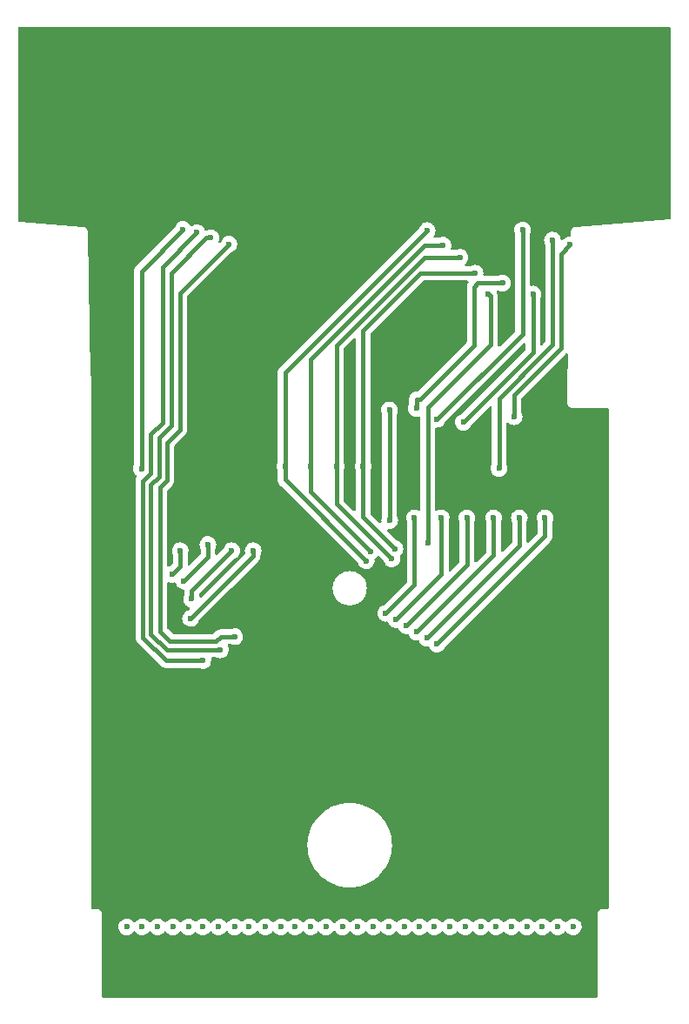
<source format=gbl>
G04 #@! TF.GenerationSoftware,KiCad,Pcbnew,6.0.8*
G04 #@! TF.CreationDate,2022-10-09T16:44:10-07:00*
G04 #@! TF.ProjectId,interposer,696e7465-7270-46f7-9365-722e6b696361,v4.0*
G04 #@! TF.SameCoordinates,Original*
G04 #@! TF.FileFunction,Copper,L2,Bot*
G04 #@! TF.FilePolarity,Positive*
%FSLAX46Y46*%
G04 Gerber Fmt 4.6, Leading zero omitted, Abs format (unit mm)*
G04 Created by KiCad (PCBNEW 6.0.8) date 2022-10-09 16:44:10*
%MOMM*%
%LPD*%
G01*
G04 APERTURE LIST*
G04 #@! TA.AperFunction,ViaPad*
%ADD10C,1.000000*%
G04 #@! TD*
G04 #@! TA.AperFunction,ViaPad*
%ADD11C,0.600000*%
G04 #@! TD*
G04 #@! TA.AperFunction,Conductor*
%ADD12C,0.400000*%
G04 #@! TD*
G04 APERTURE END LIST*
D10*
X120300000Y-78300000D03*
X123300000Y-74500000D03*
X123000000Y-63200000D03*
X120300000Y-59000000D03*
X123300000Y-54900000D03*
X122300000Y-48800000D03*
X120300000Y-86100000D03*
X77600000Y-40300000D03*
X100000000Y-40200000D03*
X120200000Y-42900000D03*
D11*
X99230000Y-64020000D03*
D10*
X123900000Y-84000000D03*
D11*
X78486000Y-55626000D03*
X99060000Y-90170000D03*
X78486000Y-76962000D03*
D10*
X123400000Y-90200000D03*
D11*
X123400000Y-92600000D03*
X95270000Y-35300000D03*
X76200000Y-47498000D03*
X78486000Y-85344000D03*
D10*
X120700000Y-68500000D03*
D11*
X87170000Y-34190000D03*
X78486000Y-66548000D03*
X79720000Y-48020000D03*
X84300000Y-92600000D03*
X83770000Y-24740000D03*
X82700000Y-58300000D03*
X83500000Y-56000000D03*
X78300000Y-92600000D03*
X85700000Y-92600000D03*
X85130000Y-25050000D03*
X85700000Y-66690000D03*
X87250000Y-92600000D03*
X86470000Y-25560000D03*
X87400000Y-65660000D03*
X88800000Y-64370000D03*
X88240000Y-26180000D03*
X88800000Y-92600000D03*
X90200000Y-92600000D03*
X108250000Y-92600000D03*
X93700000Y-47800000D03*
X107540000Y-24850000D03*
X101600000Y-57000000D03*
X91800000Y-92600000D03*
X109080000Y-26260000D03*
X96200000Y-47800000D03*
X102006139Y-56086186D03*
X109750000Y-92600000D03*
X93300000Y-92600000D03*
X98700000Y-47800000D03*
X104100000Y-56800000D03*
X111250000Y-92600000D03*
X110720000Y-27450000D03*
X94700000Y-92600000D03*
X112750000Y-92600000D03*
X112190000Y-28990000D03*
X104400000Y-55800000D03*
X101300000Y-47800000D03*
X96200000Y-92600000D03*
X107600000Y-55240000D03*
X114250000Y-92600000D03*
X113480000Y-31030000D03*
X103860000Y-42300000D03*
X97700000Y-92600000D03*
X103890000Y-53060000D03*
X106480000Y-42160000D03*
X114860000Y-29950000D03*
X115750000Y-92600000D03*
X103500000Y-62100000D03*
X106300000Y-52800000D03*
X99300000Y-92600000D03*
X117250000Y-92600000D03*
X116810000Y-24790000D03*
X108499500Y-43210000D03*
X108900000Y-52800000D03*
X104499994Y-62700000D03*
X100800000Y-92600000D03*
X118750000Y-92600000D03*
X111069500Y-43493662D03*
X117830000Y-31030000D03*
X102300000Y-92600000D03*
X111400000Y-52800000D03*
X105500000Y-63300000D03*
X103800000Y-92600000D03*
X114000000Y-52800000D03*
X106499994Y-63900000D03*
X121750000Y-92600000D03*
X121400000Y-26230000D03*
X116002138Y-42960469D03*
X105300000Y-92600000D03*
X116500000Y-52800000D03*
X107507115Y-64507115D03*
X119000000Y-52800000D03*
X108500000Y-65100000D03*
X106800000Y-92600000D03*
X114520000Y-48000000D03*
X119730000Y-25770000D03*
X120250000Y-92600000D03*
X90600000Y-56000000D03*
X82800000Y-92600000D03*
X84499996Y-62600000D03*
X88500000Y-56000000D03*
X84600000Y-60700000D03*
X81300000Y-92600000D03*
X79800000Y-92600000D03*
X83847602Y-58952398D03*
X86200000Y-55400000D03*
D12*
X79720000Y-28790000D02*
X83770000Y-24740000D01*
X79720000Y-48020000D02*
X79720000Y-28790000D01*
X83500000Y-56000000D02*
X83500000Y-57500000D01*
X83500000Y-57500000D02*
X82700000Y-58300000D01*
X82110000Y-66690000D02*
X79850000Y-64430000D01*
X79850000Y-64430000D02*
X79850000Y-49200000D01*
X81800000Y-28380000D02*
X85130000Y-25050000D01*
X81800000Y-43520000D02*
X81800000Y-28380000D01*
X80620000Y-44700000D02*
X81800000Y-43520000D01*
X79850000Y-49200000D02*
X80620000Y-48430000D01*
X80620000Y-48430000D02*
X80620000Y-44700000D01*
X85700000Y-66690000D02*
X82110000Y-66690000D01*
X80650000Y-49550000D02*
X80650000Y-64098630D01*
X80650000Y-64098630D02*
X82211370Y-65660000D01*
X82211370Y-65660000D02*
X87400000Y-65660000D01*
X86060000Y-25560000D02*
X82650000Y-28970000D01*
X86470000Y-25560000D02*
X86060000Y-25560000D01*
X82650000Y-28970000D02*
X82650000Y-43801370D01*
X81420000Y-45031370D02*
X81420000Y-48780000D01*
X82650000Y-43801370D02*
X81420000Y-45031370D01*
X81420000Y-48780000D02*
X80650000Y-49550000D01*
X87460000Y-64370000D02*
X87000000Y-64830000D01*
X81541370Y-63858630D02*
X81541370Y-49790000D01*
X81541370Y-49790000D02*
X82220000Y-49111370D01*
X88800000Y-64370000D02*
X87460000Y-64370000D01*
X82512740Y-64830000D02*
X81541370Y-63858630D01*
X83450000Y-30970000D02*
X88240000Y-26180000D01*
X87000000Y-64830000D02*
X82512740Y-64830000D01*
X82220000Y-45490000D02*
X83450000Y-44260000D01*
X88800000Y-64370000D02*
X88760000Y-64330000D01*
X82220000Y-49111370D02*
X82220000Y-45490000D01*
X83450000Y-44260000D02*
X83450000Y-30970000D01*
X93700000Y-47800000D02*
X93700000Y-49100000D01*
X93700000Y-49100000D02*
X101600000Y-57000000D01*
X93700000Y-38690000D02*
X107540000Y-24850000D01*
X93700000Y-47800000D02*
X93700000Y-38690000D01*
X96200000Y-47800000D02*
X96200000Y-37380000D01*
X107320000Y-26260000D02*
X109080000Y-26260000D01*
X96200000Y-47800000D02*
X96200000Y-50280047D01*
X96200000Y-50280047D02*
X102006139Y-56086186D01*
X101520000Y-32060000D02*
X107320000Y-26260000D01*
X96200000Y-37380000D02*
X101520000Y-32060000D01*
X98700000Y-36040000D02*
X101620000Y-33120000D01*
X101620000Y-33120000D02*
X107290000Y-27450000D01*
X98700000Y-51400000D02*
X104100000Y-56800000D01*
X98700000Y-47800000D02*
X98700000Y-51400000D01*
X98700000Y-47800000D02*
X98700000Y-36040000D01*
X107290000Y-27450000D02*
X110720000Y-27450000D01*
X105500685Y-30370685D02*
X106881370Y-28990000D01*
X101300000Y-47800000D02*
X101300000Y-34571370D01*
X101300000Y-34571370D02*
X105500685Y-30370685D01*
X101300000Y-47800000D02*
X101300000Y-52700000D01*
X106881370Y-28990000D02*
X112190000Y-28990000D01*
X101300000Y-52700000D02*
X104400000Y-55800000D01*
X113690000Y-31240000D02*
X113480000Y-31030000D01*
X113690000Y-35970000D02*
X113690000Y-31240000D01*
X107600000Y-42060000D02*
X113690000Y-35970000D01*
X107600000Y-55240000D02*
X107600000Y-42060000D01*
X103860000Y-42300000D02*
X103860000Y-53030000D01*
X103860000Y-53030000D02*
X103890000Y-53060000D01*
X112480000Y-29950000D02*
X114860000Y-29950000D01*
X106480000Y-42160000D02*
X106480000Y-41240000D01*
X106860000Y-41240000D02*
X112105000Y-35995000D01*
X112105000Y-30325000D02*
X112480000Y-29950000D01*
X106480000Y-41240000D02*
X106860000Y-41240000D01*
X112105000Y-35995000D02*
X112105000Y-30325000D01*
X106300000Y-59300000D02*
X103500000Y-62100000D01*
X106300000Y-52800000D02*
X106300000Y-59300000D01*
X116810000Y-34899500D02*
X108499500Y-43210000D01*
X116810000Y-24790000D02*
X116810000Y-34899500D01*
X108900000Y-58299994D02*
X104499994Y-62700000D01*
X108900000Y-52800000D02*
X108900000Y-58299994D01*
X111069500Y-43493662D02*
X117830000Y-36733162D01*
X117830000Y-36733162D02*
X117830000Y-31030000D01*
X111400000Y-52800000D02*
X111400000Y-57400000D01*
X111400000Y-57400000D02*
X105500000Y-63300000D01*
X114000000Y-52800000D02*
X114000000Y-56399994D01*
X114000000Y-56399994D02*
X106499994Y-63900000D01*
X116002138Y-40839232D02*
X118720685Y-38120685D01*
X120530000Y-35648630D02*
X120530000Y-27100000D01*
X120530000Y-27100000D02*
X121400000Y-26230000D01*
X120530000Y-36311370D02*
X120530000Y-35648630D01*
X118720685Y-38120685D02*
X120530000Y-36311370D01*
X116002138Y-42960469D02*
X116002138Y-40839232D01*
X116500000Y-55514230D02*
X107507115Y-64507115D01*
X116500000Y-52800000D02*
X116500000Y-55514230D01*
X108500000Y-65100000D02*
X119000000Y-54600000D01*
X119000000Y-54600000D02*
X119000000Y-52800000D01*
X114520000Y-48000000D02*
X114520000Y-41190000D01*
X114520000Y-41190000D02*
X118900000Y-36810000D01*
X119730000Y-35980000D02*
X119730000Y-25770000D01*
X118900000Y-36810000D02*
X119730000Y-35980000D01*
X84499996Y-62600000D02*
X90600000Y-56499996D01*
X90600000Y-56499996D02*
X90600000Y-56000000D01*
X84500000Y-62600000D02*
X84499996Y-62600000D01*
X84600000Y-59900000D02*
X88500000Y-56000000D01*
X84600000Y-60700000D02*
X84600000Y-59900000D01*
X83847602Y-58952398D02*
X86200000Y-56600000D01*
X86200000Y-56600000D02*
X86200000Y-55400000D01*
G04 #@! TA.AperFunction,Conductor*
G36*
X131183621Y-5028502D02*
G01*
X131230114Y-5082158D01*
X131241500Y-5134500D01*
X131241500Y-23662434D01*
X131221498Y-23730555D01*
X131167842Y-23777048D01*
X131125164Y-23788063D01*
X121994404Y-24490428D01*
X121981278Y-24490751D01*
X121964327Y-24490284D01*
X121950173Y-24489894D01*
X121950172Y-24489894D01*
X121941199Y-24489647D01*
X121932520Y-24491928D01*
X121932517Y-24491928D01*
X121882403Y-24505097D01*
X121877756Y-24506224D01*
X121827217Y-24517473D01*
X121818420Y-24519431D01*
X121810989Y-24523525D01*
X121808525Y-24524509D01*
X121800324Y-24526664D01*
X121792635Y-24531288D01*
X121792633Y-24531289D01*
X121748239Y-24557988D01*
X121744096Y-24560374D01*
X121743610Y-24560642D01*
X121690840Y-24589711D01*
X121684857Y-24595725D01*
X121682765Y-24597364D01*
X121675500Y-24601733D01*
X121669417Y-24608330D01*
X121669415Y-24608332D01*
X121634297Y-24646419D01*
X121630991Y-24649871D01*
X121611220Y-24669745D01*
X121588112Y-24692973D01*
X121584061Y-24700418D01*
X121582507Y-24702587D01*
X121576763Y-24708817D01*
X121572778Y-24716852D01*
X121572777Y-24716854D01*
X121558573Y-24745497D01*
X121552047Y-24758657D01*
X121549755Y-24763278D01*
X121547565Y-24767490D01*
X121518495Y-24820917D01*
X121516696Y-24829203D01*
X121515814Y-24831721D01*
X121512050Y-24839309D01*
X121507820Y-24863107D01*
X121501410Y-24899170D01*
X121500485Y-24903855D01*
X121489491Y-24954488D01*
X121487587Y-24963258D01*
X121488220Y-24972207D01*
X121488220Y-24972213D01*
X121490695Y-25007176D01*
X121490981Y-25018762D01*
X121485775Y-25261693D01*
X121485012Y-25297312D01*
X121463555Y-25364988D01*
X121408916Y-25410321D01*
X121372213Y-25419922D01*
X121286434Y-25428937D01*
X121232289Y-25434628D01*
X121232288Y-25434628D01*
X121225288Y-25435364D01*
X121053579Y-25493818D01*
X120996836Y-25528727D01*
X120905095Y-25585166D01*
X120905092Y-25585168D01*
X120899088Y-25588862D01*
X120894053Y-25593793D01*
X120894050Y-25593795D01*
X120805410Y-25680598D01*
X120769493Y-25715771D01*
X120763605Y-25724908D01*
X120761740Y-25726519D01*
X120761226Y-25727150D01*
X120761115Y-25727060D01*
X120709896Y-25771332D01*
X120639610Y-25781351D01*
X120575065Y-25751779D01*
X120536754Y-25692006D01*
X120532478Y-25670701D01*
X120524182Y-25596743D01*
X120523397Y-25589745D01*
X120519571Y-25578757D01*
X120466064Y-25425106D01*
X120466062Y-25425103D01*
X120463745Y-25418448D01*
X120457365Y-25408238D01*
X120371359Y-25270598D01*
X120367626Y-25264624D01*
X120353941Y-25250843D01*
X120244778Y-25140915D01*
X120244774Y-25140912D01*
X120239815Y-25135918D01*
X120228697Y-25128862D01*
X120118485Y-25058920D01*
X120086666Y-25038727D01*
X120038891Y-25021715D01*
X119922425Y-24980243D01*
X119922420Y-24980242D01*
X119915790Y-24977881D01*
X119908802Y-24977048D01*
X119908799Y-24977047D01*
X119785698Y-24962368D01*
X119735680Y-24956404D01*
X119728677Y-24957140D01*
X119728676Y-24957140D01*
X119562288Y-24974628D01*
X119562286Y-24974629D01*
X119555288Y-24975364D01*
X119383579Y-25033818D01*
X119340049Y-25060598D01*
X119235095Y-25125166D01*
X119235092Y-25125168D01*
X119229088Y-25128862D01*
X119224053Y-25133793D01*
X119224050Y-25133795D01*
X119104525Y-25250843D01*
X119099493Y-25255771D01*
X119001235Y-25408238D01*
X118998826Y-25414858D01*
X118998824Y-25414861D01*
X118947431Y-25556062D01*
X118939197Y-25578685D01*
X118916463Y-25758640D01*
X118934163Y-25939160D01*
X118991418Y-26111273D01*
X118995065Y-26117296D01*
X118995066Y-26117297D01*
X119003276Y-26130853D01*
X119021500Y-26196124D01*
X119021500Y-35634340D01*
X119001498Y-35702461D01*
X118984595Y-35723435D01*
X118753595Y-35954435D01*
X118691283Y-35988461D01*
X118620468Y-35983396D01*
X118563632Y-35940849D01*
X118538821Y-35874329D01*
X118538500Y-35865340D01*
X118538500Y-31460132D01*
X118551983Y-31404400D01*
X118553643Y-31401902D01*
X118605785Y-31264640D01*
X118615555Y-31238920D01*
X118615556Y-31238918D01*
X118618055Y-31232338D01*
X118622228Y-31202648D01*
X118642748Y-31056639D01*
X118642748Y-31056636D01*
X118643299Y-31052717D01*
X118643616Y-31030000D01*
X118623397Y-30849745D01*
X118593120Y-30762800D01*
X118566064Y-30685106D01*
X118566062Y-30685103D01*
X118563745Y-30678448D01*
X118467626Y-30524624D01*
X118462664Y-30519627D01*
X118344778Y-30400915D01*
X118344774Y-30400912D01*
X118339815Y-30395918D01*
X118186666Y-30298727D01*
X118155887Y-30287767D01*
X118022425Y-30240243D01*
X118022420Y-30240242D01*
X118015790Y-30237881D01*
X118008802Y-30237048D01*
X118008799Y-30237047D01*
X117885477Y-30222342D01*
X117835680Y-30216404D01*
X117828677Y-30217140D01*
X117828676Y-30217140D01*
X117786578Y-30221565D01*
X117657669Y-30235114D01*
X117587833Y-30222342D01*
X117535986Y-30173840D01*
X117518500Y-30109804D01*
X117518500Y-25220132D01*
X117531983Y-25164400D01*
X117533643Y-25161902D01*
X117541616Y-25140915D01*
X117595555Y-24998920D01*
X117595556Y-24998918D01*
X117598055Y-24992338D01*
X117600544Y-24974628D01*
X117622748Y-24816639D01*
X117622748Y-24816636D01*
X117623299Y-24812717D01*
X117623616Y-24790000D01*
X117603397Y-24609745D01*
X117600487Y-24601388D01*
X117546064Y-24445106D01*
X117546062Y-24445103D01*
X117543745Y-24438448D01*
X117512502Y-24388448D01*
X117451359Y-24290598D01*
X117447626Y-24284624D01*
X117420241Y-24257047D01*
X117324778Y-24160915D01*
X117324774Y-24160912D01*
X117319815Y-24155918D01*
X117308697Y-24148862D01*
X117259297Y-24117512D01*
X117166666Y-24058727D01*
X117106318Y-24037238D01*
X117002425Y-24000243D01*
X117002420Y-24000242D01*
X116995790Y-23997881D01*
X116988802Y-23997048D01*
X116988799Y-23997047D01*
X116865698Y-23982368D01*
X116815680Y-23976404D01*
X116808677Y-23977140D01*
X116808676Y-23977140D01*
X116642288Y-23994628D01*
X116642286Y-23994629D01*
X116635288Y-23995364D01*
X116463579Y-24053818D01*
X116449457Y-24062506D01*
X116315095Y-24145166D01*
X116315092Y-24145168D01*
X116309088Y-24148862D01*
X116304053Y-24153793D01*
X116304050Y-24153795D01*
X116184525Y-24270843D01*
X116179493Y-24275771D01*
X116081235Y-24428238D01*
X116078826Y-24434858D01*
X116078824Y-24434861D01*
X116032552Y-24561992D01*
X116019197Y-24598685D01*
X115996463Y-24778640D01*
X116014163Y-24959160D01*
X116071418Y-25131273D01*
X116075065Y-25137296D01*
X116075066Y-25137297D01*
X116083276Y-25150853D01*
X116101500Y-25216124D01*
X116101500Y-34553840D01*
X116081498Y-34621961D01*
X116064595Y-34642935D01*
X114616838Y-36090692D01*
X114554526Y-36124718D01*
X114483711Y-36119653D01*
X114426875Y-36077106D01*
X114401952Y-36008850D01*
X114400777Y-35988461D01*
X114398709Y-35952602D01*
X114398500Y-35945349D01*
X114398500Y-31268927D01*
X114398792Y-31260358D01*
X114402210Y-31210225D01*
X114402210Y-31210221D01*
X114402726Y-31202648D01*
X114391736Y-31139681D01*
X114390775Y-31133165D01*
X114384014Y-31077298D01*
X114383102Y-31069758D01*
X114380419Y-31062657D01*
X114379778Y-31060048D01*
X114375309Y-31043715D01*
X114374548Y-31041195D01*
X114373243Y-31033717D01*
X114369883Y-31026062D01*
X114347559Y-30975204D01*
X114345068Y-30969099D01*
X114325175Y-30916456D01*
X114325173Y-30916452D01*
X114322487Y-30909344D01*
X114318184Y-30903083D01*
X114316947Y-30900717D01*
X114308720Y-30885937D01*
X114307369Y-30883653D01*
X114304315Y-30876695D01*
X114299689Y-30870666D01*
X114292429Y-30861204D01*
X114266828Y-30794984D01*
X114281092Y-30725435D01*
X114330693Y-30674639D01*
X114392391Y-30658500D01*
X114429800Y-30658500D01*
X114486609Y-30672033D01*
X114487260Y-30672362D01*
X114493159Y-30676222D01*
X114499767Y-30678680D01*
X114499768Y-30678680D01*
X114656558Y-30736990D01*
X114656560Y-30736990D01*
X114663168Y-30739448D01*
X114746995Y-30750633D01*
X114835980Y-30762507D01*
X114835984Y-30762507D01*
X114842961Y-30763438D01*
X114849972Y-30762800D01*
X114849976Y-30762800D01*
X114992459Y-30749832D01*
X115023600Y-30746998D01*
X115030302Y-30744820D01*
X115030304Y-30744820D01*
X115189409Y-30693124D01*
X115189412Y-30693123D01*
X115196108Y-30690947D01*
X115351912Y-30598069D01*
X115483266Y-30472982D01*
X115583643Y-30321902D01*
X115648055Y-30152338D01*
X115649035Y-30145366D01*
X115672748Y-29976639D01*
X115672748Y-29976636D01*
X115673299Y-29972717D01*
X115673452Y-29961738D01*
X115673561Y-29953962D01*
X115673561Y-29953957D01*
X115673616Y-29950000D01*
X115653397Y-29769745D01*
X115641439Y-29735405D01*
X115596064Y-29605106D01*
X115596062Y-29605103D01*
X115593745Y-29598448D01*
X115497626Y-29444624D01*
X115492664Y-29439627D01*
X115374778Y-29320915D01*
X115374774Y-29320912D01*
X115369815Y-29315918D01*
X115216666Y-29218727D01*
X115142557Y-29192338D01*
X115052425Y-29160243D01*
X115052420Y-29160242D01*
X115045790Y-29157881D01*
X115038802Y-29157048D01*
X115038799Y-29157047D01*
X114915698Y-29142368D01*
X114865680Y-29136404D01*
X114858677Y-29137140D01*
X114858676Y-29137140D01*
X114692288Y-29154628D01*
X114692286Y-29154629D01*
X114685288Y-29155364D01*
X114595094Y-29186068D01*
X114520249Y-29211547D01*
X114520246Y-29211548D01*
X114513579Y-29213818D01*
X114507576Y-29217511D01*
X114507574Y-29217512D01*
X114498949Y-29222818D01*
X114432928Y-29241500D01*
X113116092Y-29241500D01*
X113047971Y-29221498D01*
X113001478Y-29167842D01*
X112991318Y-29097964D01*
X113002748Y-29016639D01*
X113002748Y-29016636D01*
X113003299Y-29012717D01*
X113003616Y-28990000D01*
X112983397Y-28809745D01*
X112958315Y-28737720D01*
X112926064Y-28645106D01*
X112926062Y-28645103D01*
X112923745Y-28638448D01*
X112827626Y-28484624D01*
X112822664Y-28479627D01*
X112704778Y-28360915D01*
X112704774Y-28360912D01*
X112699815Y-28355918D01*
X112546666Y-28258727D01*
X112492524Y-28239448D01*
X112382425Y-28200243D01*
X112382420Y-28200242D01*
X112375790Y-28197881D01*
X112368802Y-28197048D01*
X112368799Y-28197047D01*
X112245698Y-28182368D01*
X112195680Y-28176404D01*
X112188677Y-28177140D01*
X112188676Y-28177140D01*
X112022288Y-28194628D01*
X112022286Y-28194629D01*
X112015288Y-28195364D01*
X111925094Y-28226068D01*
X111850249Y-28251547D01*
X111850246Y-28251548D01*
X111843579Y-28253818D01*
X111837576Y-28257511D01*
X111837574Y-28257512D01*
X111828949Y-28262818D01*
X111762928Y-28281500D01*
X111334313Y-28281500D01*
X111266192Y-28261498D01*
X111219699Y-28207842D01*
X111209595Y-28137568D01*
X111239089Y-28072988D01*
X111247421Y-28064254D01*
X111343266Y-27972982D01*
X111443643Y-27821902D01*
X111508055Y-27652338D01*
X111533299Y-27472717D01*
X111533616Y-27450000D01*
X111513397Y-27269745D01*
X111453745Y-27098448D01*
X111357626Y-26944624D01*
X111330532Y-26917340D01*
X111234778Y-26820915D01*
X111234774Y-26820912D01*
X111229815Y-26815918D01*
X111076666Y-26718727D01*
X111015961Y-26697111D01*
X110912425Y-26660243D01*
X110912420Y-26660242D01*
X110905790Y-26657881D01*
X110898802Y-26657048D01*
X110898799Y-26657047D01*
X110775698Y-26642368D01*
X110725680Y-26636404D01*
X110718677Y-26637140D01*
X110718676Y-26637140D01*
X110552288Y-26654628D01*
X110552286Y-26654629D01*
X110545288Y-26655364D01*
X110455094Y-26686068D01*
X110380249Y-26711547D01*
X110380246Y-26711548D01*
X110373579Y-26713818D01*
X110367576Y-26717511D01*
X110367574Y-26717512D01*
X110358949Y-26722818D01*
X110292928Y-26741500D01*
X109944658Y-26741500D01*
X109876537Y-26721498D01*
X109830044Y-26667842D01*
X109819940Y-26597568D01*
X109826870Y-26570756D01*
X109845247Y-26522381D01*
X109868055Y-26462338D01*
X109884112Y-26348088D01*
X109892748Y-26286639D01*
X109892748Y-26286636D01*
X109893299Y-26282717D01*
X109893616Y-26260000D01*
X109873397Y-26079745D01*
X109848229Y-26007473D01*
X109816064Y-25915106D01*
X109816062Y-25915103D01*
X109813745Y-25908448D01*
X109717626Y-25754624D01*
X109690254Y-25727060D01*
X109594778Y-25630915D01*
X109594774Y-25630912D01*
X109589815Y-25625918D01*
X109543843Y-25596743D01*
X109515387Y-25578685D01*
X109436666Y-25528727D01*
X109407463Y-25518328D01*
X109272425Y-25470243D01*
X109272420Y-25470242D01*
X109265790Y-25467881D01*
X109258802Y-25467048D01*
X109258799Y-25467047D01*
X109135698Y-25452368D01*
X109085680Y-25446404D01*
X109078677Y-25447140D01*
X109078676Y-25447140D01*
X108912288Y-25464628D01*
X108912286Y-25464629D01*
X108905288Y-25465364D01*
X108828375Y-25491547D01*
X108740249Y-25521547D01*
X108740246Y-25521548D01*
X108733579Y-25523818D01*
X108727576Y-25527511D01*
X108727574Y-25527512D01*
X108718949Y-25532818D01*
X108652928Y-25551500D01*
X108279648Y-25551500D01*
X108211527Y-25531498D01*
X108165034Y-25477842D01*
X108154930Y-25407568D01*
X108174700Y-25355773D01*
X108221531Y-25285286D01*
X108263643Y-25221902D01*
X108305423Y-25111917D01*
X108325555Y-25058920D01*
X108325556Y-25058918D01*
X108328055Y-25052338D01*
X108334402Y-25007176D01*
X108352748Y-24876639D01*
X108352748Y-24876636D01*
X108353299Y-24872717D01*
X108353616Y-24850000D01*
X108333397Y-24669745D01*
X108329593Y-24658820D01*
X108276064Y-24505106D01*
X108276060Y-24505097D01*
X108273745Y-24498448D01*
X108226170Y-24422312D01*
X108181359Y-24350598D01*
X108177626Y-24344624D01*
X108149561Y-24316362D01*
X108054778Y-24220915D01*
X108054774Y-24220912D01*
X108049815Y-24215918D01*
X108038697Y-24208862D01*
X107955270Y-24155918D01*
X107896666Y-24118727D01*
X107850093Y-24102143D01*
X107732425Y-24060243D01*
X107732420Y-24060242D01*
X107725790Y-24057881D01*
X107718802Y-24057048D01*
X107718799Y-24057047D01*
X107595698Y-24042368D01*
X107545680Y-24036404D01*
X107538677Y-24037140D01*
X107538676Y-24037140D01*
X107372288Y-24054628D01*
X107372286Y-24054629D01*
X107365288Y-24055364D01*
X107193579Y-24113818D01*
X107187575Y-24117512D01*
X107045095Y-24205166D01*
X107045092Y-24205168D01*
X107039088Y-24208862D01*
X107034053Y-24213793D01*
X107034050Y-24213795D01*
X106914525Y-24330843D01*
X106909493Y-24335771D01*
X106862389Y-24408862D01*
X106816665Y-24479813D01*
X106811235Y-24488238D01*
X106808825Y-24494858D01*
X106808824Y-24494861D01*
X106770110Y-24601226D01*
X106740804Y-24647226D01*
X93219480Y-38168550D01*
X93213215Y-38174404D01*
X93169615Y-38212439D01*
X93165248Y-38218653D01*
X93132872Y-38264719D01*
X93128939Y-38270014D01*
X93089524Y-38320282D01*
X93086401Y-38327198D01*
X93085017Y-38329484D01*
X93076643Y-38344165D01*
X93075378Y-38346525D01*
X93071010Y-38352739D01*
X93068250Y-38359818D01*
X93068249Y-38359820D01*
X93047798Y-38412275D01*
X93045247Y-38418344D01*
X93018955Y-38476573D01*
X93017571Y-38484040D01*
X93016770Y-38486595D01*
X93012141Y-38502848D01*
X93011478Y-38505428D01*
X93008718Y-38512509D01*
X93007727Y-38520040D01*
X93007726Y-38520042D01*
X93000379Y-38575852D01*
X92999348Y-38582359D01*
X92987704Y-38645186D01*
X92988141Y-38652766D01*
X92988141Y-38652767D01*
X92991291Y-38707392D01*
X92991500Y-38714646D01*
X92991500Y-47369710D01*
X92975341Y-47424598D01*
X92978183Y-47426009D01*
X92975053Y-47432313D01*
X92971235Y-47438238D01*
X92968826Y-47444858D01*
X92968824Y-47444861D01*
X92923383Y-47569710D01*
X92909197Y-47608685D01*
X92886463Y-47788640D01*
X92904163Y-47969160D01*
X92961418Y-48141273D01*
X92965065Y-48147296D01*
X92965066Y-48147297D01*
X92973276Y-48160853D01*
X92991500Y-48226124D01*
X92991500Y-49071088D01*
X92991208Y-49079658D01*
X92990342Y-49092368D01*
X92987275Y-49137352D01*
X92988580Y-49144829D01*
X92988580Y-49144830D01*
X92998261Y-49200299D01*
X92999223Y-49206821D01*
X93006898Y-49270242D01*
X93009581Y-49277343D01*
X93010222Y-49279952D01*
X93014685Y-49296262D01*
X93015450Y-49298798D01*
X93016757Y-49306284D01*
X93019811Y-49313241D01*
X93042442Y-49364795D01*
X93044933Y-49370899D01*
X93067513Y-49430656D01*
X93071817Y-49436919D01*
X93073054Y-49439285D01*
X93081299Y-49454097D01*
X93082632Y-49456351D01*
X93085685Y-49463305D01*
X93103917Y-49487064D01*
X93124579Y-49513991D01*
X93128459Y-49519332D01*
X93160339Y-49565720D01*
X93160344Y-49565725D01*
X93164643Y-49571981D01*
X93170313Y-49577032D01*
X93170314Y-49577034D01*
X93211170Y-49613435D01*
X93216446Y-49618416D01*
X100801532Y-57203503D01*
X100831995Y-57252825D01*
X100861418Y-57341273D01*
X100865065Y-57347295D01*
X100865066Y-57347297D01*
X100925053Y-57446347D01*
X100955380Y-57496424D01*
X100960269Y-57501487D01*
X100960270Y-57501488D01*
X101000478Y-57543124D01*
X101081382Y-57626902D01*
X101233159Y-57726222D01*
X101239763Y-57728678D01*
X101239765Y-57728679D01*
X101396558Y-57786990D01*
X101396560Y-57786990D01*
X101403168Y-57789448D01*
X101486995Y-57800633D01*
X101575980Y-57812507D01*
X101575984Y-57812507D01*
X101582961Y-57813438D01*
X101589972Y-57812800D01*
X101589976Y-57812800D01*
X101732459Y-57799832D01*
X101763600Y-57796998D01*
X101770302Y-57794820D01*
X101770304Y-57794820D01*
X101929409Y-57743124D01*
X101929412Y-57743123D01*
X101936108Y-57740947D01*
X102091912Y-57648069D01*
X102223266Y-57522982D01*
X102323643Y-57371902D01*
X102388055Y-57202338D01*
X102389035Y-57195366D01*
X102412748Y-57026639D01*
X102412748Y-57026636D01*
X102413299Y-57022717D01*
X102413616Y-57000000D01*
X102400019Y-56878784D01*
X102412303Y-56808860D01*
X102460717Y-56756511D01*
X102492002Y-56737862D01*
X102492008Y-56737857D01*
X102498051Y-56734255D01*
X102503145Y-56729404D01*
X102503149Y-56729401D01*
X102624189Y-56614135D01*
X102629405Y-56609168D01*
X102655105Y-56570486D01*
X102709463Y-56524816D01*
X102779883Y-56515784D01*
X102849148Y-56551119D01*
X103301532Y-57003503D01*
X103331995Y-57052825D01*
X103361418Y-57141273D01*
X103365065Y-57147295D01*
X103365066Y-57147297D01*
X103428976Y-57252825D01*
X103455380Y-57296424D01*
X103460269Y-57301487D01*
X103460270Y-57301488D01*
X103498690Y-57341273D01*
X103581382Y-57426902D01*
X103733159Y-57526222D01*
X103739763Y-57528678D01*
X103739765Y-57528679D01*
X103896558Y-57586990D01*
X103896560Y-57586990D01*
X103903168Y-57589448D01*
X103986995Y-57600633D01*
X104075980Y-57612507D01*
X104075984Y-57612507D01*
X104082961Y-57613438D01*
X104089972Y-57612800D01*
X104089976Y-57612800D01*
X104232459Y-57599832D01*
X104263600Y-57596998D01*
X104270302Y-57594820D01*
X104270304Y-57594820D01*
X104429409Y-57543124D01*
X104429412Y-57543123D01*
X104436108Y-57540947D01*
X104591912Y-57448069D01*
X104723266Y-57322982D01*
X104823643Y-57171902D01*
X104888055Y-57002338D01*
X104889035Y-56995366D01*
X104912748Y-56826639D01*
X104912748Y-56826636D01*
X104913299Y-56822717D01*
X104913616Y-56800000D01*
X104893397Y-56619745D01*
X104874836Y-56566445D01*
X104871322Y-56495537D01*
X104906935Y-56433764D01*
X105018159Y-56327846D01*
X105018162Y-56327843D01*
X105023266Y-56322982D01*
X105123643Y-56171902D01*
X105177757Y-56029448D01*
X105185555Y-56008920D01*
X105185556Y-56008918D01*
X105188055Y-56002338D01*
X105189980Y-55988640D01*
X105212748Y-55826639D01*
X105212748Y-55826636D01*
X105213299Y-55822717D01*
X105213616Y-55800000D01*
X105193397Y-55619745D01*
X105191080Y-55613091D01*
X105136064Y-55455106D01*
X105136062Y-55455103D01*
X105133745Y-55448448D01*
X105092003Y-55381646D01*
X105041359Y-55300598D01*
X105037626Y-55294624D01*
X105009561Y-55266362D01*
X104914778Y-55170915D01*
X104914774Y-55170912D01*
X104909815Y-55165918D01*
X104756666Y-55068727D01*
X104649908Y-55030712D01*
X104603078Y-55001108D01*
X103677416Y-54075446D01*
X103643390Y-54013134D01*
X103648455Y-53942319D01*
X103691002Y-53885483D01*
X103757522Y-53860672D01*
X103783175Y-53861458D01*
X103865979Y-53872507D01*
X103865984Y-53872507D01*
X103872961Y-53873438D01*
X103879972Y-53872800D01*
X103879976Y-53872800D01*
X104022459Y-53859832D01*
X104053600Y-53856998D01*
X104060302Y-53854820D01*
X104060304Y-53854820D01*
X104219409Y-53803124D01*
X104219412Y-53803123D01*
X104226108Y-53800947D01*
X104381912Y-53708069D01*
X104513266Y-53582982D01*
X104613643Y-53431902D01*
X104660432Y-53308731D01*
X104675555Y-53268920D01*
X104675556Y-53268918D01*
X104678055Y-53262338D01*
X104703299Y-53082717D01*
X104703616Y-53060000D01*
X104683397Y-52879745D01*
X104679546Y-52868685D01*
X104626063Y-52715105D01*
X104623745Y-52708448D01*
X104620008Y-52702467D01*
X104587646Y-52650676D01*
X104568500Y-52583907D01*
X104568500Y-42730132D01*
X104581983Y-42674400D01*
X104583643Y-42671902D01*
X104611448Y-42598707D01*
X104645555Y-42508920D01*
X104645556Y-42508918D01*
X104648055Y-42502338D01*
X104649144Y-42494590D01*
X104672748Y-42326639D01*
X104672748Y-42326636D01*
X104673299Y-42322717D01*
X104673616Y-42300000D01*
X104653397Y-42119745D01*
X104649647Y-42108976D01*
X104596064Y-41955106D01*
X104596062Y-41955103D01*
X104593745Y-41948448D01*
X104497626Y-41794624D01*
X104488835Y-41785771D01*
X104374778Y-41670915D01*
X104374774Y-41670912D01*
X104369815Y-41665918D01*
X104361666Y-41660746D01*
X104253570Y-41592147D01*
X104216666Y-41568727D01*
X104187463Y-41558328D01*
X104052425Y-41510243D01*
X104052420Y-41510242D01*
X104045790Y-41507881D01*
X104038802Y-41507048D01*
X104038799Y-41507047D01*
X103915698Y-41492368D01*
X103865680Y-41486404D01*
X103858677Y-41487140D01*
X103858676Y-41487140D01*
X103692288Y-41504628D01*
X103692286Y-41504629D01*
X103685288Y-41505364D01*
X103513579Y-41563818D01*
X103507575Y-41567512D01*
X103365095Y-41655166D01*
X103365092Y-41655168D01*
X103359088Y-41658862D01*
X103354053Y-41663793D01*
X103354050Y-41663795D01*
X103248087Y-41767562D01*
X103229493Y-41785771D01*
X103131235Y-41938238D01*
X103128826Y-41944858D01*
X103128824Y-41944861D01*
X103075029Y-42092662D01*
X103069197Y-42108685D01*
X103046463Y-42288640D01*
X103064163Y-42469160D01*
X103121418Y-42641273D01*
X103125065Y-42647296D01*
X103125066Y-42647297D01*
X103133276Y-42660853D01*
X103151500Y-42726124D01*
X103151500Y-52702768D01*
X103143901Y-52745863D01*
X103124197Y-52800000D01*
X103099197Y-52868685D01*
X103076463Y-53048640D01*
X103088418Y-53170563D01*
X103075159Y-53240311D01*
X103026296Y-53291818D01*
X102957343Y-53308731D01*
X102890193Y-53285681D01*
X102873924Y-53271954D01*
X102045405Y-52443435D01*
X102011379Y-52381123D01*
X102008500Y-52354340D01*
X102008500Y-48230132D01*
X102021983Y-48174400D01*
X102023643Y-48171902D01*
X102088055Y-48002338D01*
X102090963Y-47981646D01*
X102112748Y-47826639D01*
X102112748Y-47826636D01*
X102113299Y-47822717D01*
X102113616Y-47800000D01*
X102093397Y-47619745D01*
X102091080Y-47613091D01*
X102036064Y-47455106D01*
X102036062Y-47455103D01*
X102033745Y-47448448D01*
X102027644Y-47438684D01*
X102008500Y-47371918D01*
X102008500Y-34917030D01*
X102028502Y-34848909D01*
X102045405Y-34827935D01*
X106032078Y-30841262D01*
X107137936Y-29735405D01*
X107200248Y-29701379D01*
X107227031Y-29698500D01*
X111436730Y-29698500D01*
X111504851Y-29718502D01*
X111551344Y-29772158D01*
X111561448Y-29842432D01*
X111539824Y-29896941D01*
X111537879Y-29899709D01*
X111533939Y-29905014D01*
X111494524Y-29955282D01*
X111491401Y-29962198D01*
X111490017Y-29964484D01*
X111481643Y-29979165D01*
X111480378Y-29981525D01*
X111476010Y-29987739D01*
X111473250Y-29994818D01*
X111473249Y-29994820D01*
X111452798Y-30047275D01*
X111450247Y-30053344D01*
X111423955Y-30111573D01*
X111422571Y-30119040D01*
X111421770Y-30121595D01*
X111417141Y-30137848D01*
X111416478Y-30140428D01*
X111413718Y-30147509D01*
X111412727Y-30155040D01*
X111412726Y-30155042D01*
X111405379Y-30210852D01*
X111404348Y-30217359D01*
X111392704Y-30280186D01*
X111393141Y-30287766D01*
X111393141Y-30287767D01*
X111396291Y-30342392D01*
X111396500Y-30349646D01*
X111396500Y-35649340D01*
X111376498Y-35717461D01*
X111359595Y-35738435D01*
X106603435Y-40494595D01*
X106541123Y-40528621D01*
X106514340Y-40531500D01*
X106488762Y-40531500D01*
X106488102Y-40531498D01*
X106397969Y-40531026D01*
X106368873Y-40538011D01*
X106361379Y-40539810D01*
X106347105Y-40542378D01*
X106317300Y-40545985D01*
X106317298Y-40545985D01*
X106309758Y-40546898D01*
X106302651Y-40549583D01*
X106302649Y-40549584D01*
X106278670Y-40558645D01*
X106263543Y-40563299D01*
X106238606Y-40569285D01*
X106238602Y-40569287D01*
X106231223Y-40571058D01*
X106197781Y-40588318D01*
X106184539Y-40594214D01*
X106156451Y-40604827D01*
X106156448Y-40604829D01*
X106149344Y-40607513D01*
X106121944Y-40626345D01*
X106108387Y-40634459D01*
X106078839Y-40649709D01*
X106073118Y-40654700D01*
X106073112Y-40654704D01*
X106050487Y-40674442D01*
X106039021Y-40683336D01*
X106014280Y-40700339D01*
X106014275Y-40700344D01*
X106008019Y-40704643D01*
X105985906Y-40729462D01*
X105974662Y-40740588D01*
X105955341Y-40757443D01*
X105955338Y-40757447D01*
X105949615Y-40762439D01*
X105945247Y-40768653D01*
X105945245Y-40768656D01*
X105927979Y-40793222D01*
X105918972Y-40804586D01*
X105893943Y-40832679D01*
X105890391Y-40839388D01*
X105890388Y-40839392D01*
X105878389Y-40862054D01*
X105870124Y-40875541D01*
X105855381Y-40896519D01*
X105851010Y-40902739D01*
X105848249Y-40909820D01*
X105848247Y-40909824D01*
X105837343Y-40937790D01*
X105831306Y-40950977D01*
X105817254Y-40977518D01*
X105813700Y-40984231D01*
X105811851Y-40991591D01*
X105811849Y-40991597D01*
X105805603Y-41016466D01*
X105800791Y-41031543D01*
X105788718Y-41062509D01*
X105787727Y-41070039D01*
X105787726Y-41070042D01*
X105783808Y-41099807D01*
X105781090Y-41114059D01*
X105771924Y-41150549D01*
X105771884Y-41158147D01*
X105771884Y-41158148D01*
X105771714Y-41190660D01*
X105771665Y-41192035D01*
X105771500Y-41193294D01*
X105771500Y-41231238D01*
X105771498Y-41231898D01*
X105771026Y-41322031D01*
X105771390Y-41323548D01*
X105771500Y-41325450D01*
X105771500Y-41729710D01*
X105755341Y-41784598D01*
X105758183Y-41786009D01*
X105755053Y-41792313D01*
X105751235Y-41798238D01*
X105748826Y-41804858D01*
X105748824Y-41804861D01*
X105699723Y-41939766D01*
X105689197Y-41968685D01*
X105666463Y-42148640D01*
X105684163Y-42329160D01*
X105741418Y-42501273D01*
X105745065Y-42507295D01*
X105745066Y-42507297D01*
X105829853Y-42647297D01*
X105835380Y-42656424D01*
X105961382Y-42786902D01*
X106113159Y-42886222D01*
X106119763Y-42888678D01*
X106119765Y-42888679D01*
X106276558Y-42946990D01*
X106276560Y-42946990D01*
X106283168Y-42949448D01*
X106365765Y-42960469D01*
X106455980Y-42972507D01*
X106455984Y-42972507D01*
X106462961Y-42973438D01*
X106469972Y-42972800D01*
X106469976Y-42972800D01*
X106612459Y-42959832D01*
X106643600Y-42956998D01*
X106726566Y-42930041D01*
X106797531Y-42928013D01*
X106858329Y-42964676D01*
X106889654Y-43028388D01*
X106891500Y-43049874D01*
X106891500Y-51988564D01*
X106871498Y-52056685D01*
X106817842Y-52103178D01*
X106747568Y-52113282D01*
X106697987Y-52094950D01*
X106696142Y-52093779D01*
X106656666Y-52068727D01*
X106613794Y-52053461D01*
X106492425Y-52010243D01*
X106492420Y-52010242D01*
X106485790Y-52007881D01*
X106478802Y-52007048D01*
X106478799Y-52007047D01*
X106328641Y-51989142D01*
X106305680Y-51986404D01*
X106298677Y-51987140D01*
X106298676Y-51987140D01*
X106132288Y-52004628D01*
X106132286Y-52004629D01*
X106125288Y-52005364D01*
X105953579Y-52063818D01*
X105926359Y-52080564D01*
X105805095Y-52155166D01*
X105805092Y-52155168D01*
X105799088Y-52158862D01*
X105794053Y-52163793D01*
X105794050Y-52163795D01*
X105674525Y-52280843D01*
X105669493Y-52285771D01*
X105571235Y-52438238D01*
X105568826Y-52444858D01*
X105568824Y-52444861D01*
X105511606Y-52602066D01*
X105509197Y-52608685D01*
X105486463Y-52788640D01*
X105504163Y-52969160D01*
X105561418Y-53141273D01*
X105565065Y-53147296D01*
X105565066Y-53147297D01*
X105573276Y-53160853D01*
X105591500Y-53226124D01*
X105591500Y-58954340D01*
X105571498Y-59022461D01*
X105554595Y-59043435D01*
X103296563Y-61301467D01*
X103248074Y-61331650D01*
X103153579Y-61363818D01*
X103147575Y-61367512D01*
X103005095Y-61455166D01*
X103005092Y-61455168D01*
X102999088Y-61458862D01*
X102994053Y-61463793D01*
X102994050Y-61463795D01*
X102874525Y-61580843D01*
X102869493Y-61585771D01*
X102771235Y-61738238D01*
X102768826Y-61744858D01*
X102768824Y-61744861D01*
X102726354Y-61861547D01*
X102709197Y-61908685D01*
X102686463Y-62088640D01*
X102704163Y-62269160D01*
X102761418Y-62441273D01*
X102855380Y-62596424D01*
X102981382Y-62726902D01*
X102987278Y-62730760D01*
X103125190Y-62821007D01*
X103133159Y-62826222D01*
X103139763Y-62828678D01*
X103139765Y-62828679D01*
X103296558Y-62886990D01*
X103296560Y-62886990D01*
X103303168Y-62889448D01*
X103386995Y-62900633D01*
X103475980Y-62912507D01*
X103475984Y-62912507D01*
X103482961Y-62913438D01*
X103489972Y-62912800D01*
X103489976Y-62912800D01*
X103612499Y-62901649D01*
X103682152Y-62915394D01*
X103733317Y-62964615D01*
X103743476Y-62987355D01*
X103761412Y-63041273D01*
X103765059Y-63047295D01*
X103765060Y-63047297D01*
X103807341Y-63117111D01*
X103855374Y-63196424D01*
X103860263Y-63201487D01*
X103860264Y-63201488D01*
X103937115Y-63281068D01*
X103981376Y-63326902D01*
X103987272Y-63330760D01*
X104089471Y-63397637D01*
X104133153Y-63426222D01*
X104139757Y-63428678D01*
X104139759Y-63428679D01*
X104296552Y-63486990D01*
X104296554Y-63486990D01*
X104303162Y-63489448D01*
X104386989Y-63500633D01*
X104475974Y-63512507D01*
X104475978Y-63512507D01*
X104482955Y-63513438D01*
X104489966Y-63512800D01*
X104489970Y-63512800D01*
X104612504Y-63501648D01*
X104682157Y-63515393D01*
X104733322Y-63564614D01*
X104743482Y-63587356D01*
X104761418Y-63641273D01*
X104765065Y-63647295D01*
X104765066Y-63647297D01*
X104833508Y-63760308D01*
X104855380Y-63796424D01*
X104860269Y-63801487D01*
X104860270Y-63801488D01*
X104892288Y-63834643D01*
X104981382Y-63926902D01*
X105133159Y-64026222D01*
X105139763Y-64028678D01*
X105139765Y-64028679D01*
X105296558Y-64086990D01*
X105296560Y-64086990D01*
X105303168Y-64089448D01*
X105386995Y-64100633D01*
X105475980Y-64112507D01*
X105475984Y-64112507D01*
X105482961Y-64113438D01*
X105489972Y-64112800D01*
X105489976Y-64112800D01*
X105612499Y-64101649D01*
X105682152Y-64115394D01*
X105733317Y-64164615D01*
X105743476Y-64187355D01*
X105761412Y-64241273D01*
X105765059Y-64247295D01*
X105765060Y-64247297D01*
X105850731Y-64388757D01*
X105855374Y-64396424D01*
X105981376Y-64526902D01*
X106133153Y-64626222D01*
X106139757Y-64628678D01*
X106139759Y-64628679D01*
X106296552Y-64686990D01*
X106296554Y-64686990D01*
X106303162Y-64689448D01*
X106386989Y-64700633D01*
X106475974Y-64712507D01*
X106475978Y-64712507D01*
X106482955Y-64713438D01*
X106489966Y-64712800D01*
X106489970Y-64712800D01*
X106571158Y-64705411D01*
X106617114Y-64701228D01*
X106686766Y-64714973D01*
X106737931Y-64764194D01*
X106748090Y-64786935D01*
X106768533Y-64848388D01*
X106772180Y-64854410D01*
X106772181Y-64854412D01*
X106829112Y-64948416D01*
X106862495Y-65003539D01*
X106867384Y-65008602D01*
X106867385Y-65008603D01*
X106880011Y-65021677D01*
X106988497Y-65134017D01*
X107140274Y-65233337D01*
X107146878Y-65235793D01*
X107146880Y-65235794D01*
X107303673Y-65294105D01*
X107303675Y-65294105D01*
X107310283Y-65296563D01*
X107394110Y-65307748D01*
X107483095Y-65319622D01*
X107483099Y-65319622D01*
X107490076Y-65320553D01*
X107497087Y-65319915D01*
X107497091Y-65319915D01*
X107615011Y-65309183D01*
X107684664Y-65322928D01*
X107735829Y-65372149D01*
X107745989Y-65394892D01*
X107761418Y-65441273D01*
X107765065Y-65447295D01*
X107765066Y-65447297D01*
X107780688Y-65473091D01*
X107855380Y-65596424D01*
X107981382Y-65726902D01*
X108133159Y-65826222D01*
X108139763Y-65828678D01*
X108139765Y-65828679D01*
X108296558Y-65886990D01*
X108296560Y-65886990D01*
X108303168Y-65889448D01*
X108386995Y-65900633D01*
X108475980Y-65912507D01*
X108475984Y-65912507D01*
X108482961Y-65913438D01*
X108489972Y-65912800D01*
X108489976Y-65912800D01*
X108632459Y-65899832D01*
X108663600Y-65896998D01*
X108670302Y-65894820D01*
X108670304Y-65894820D01*
X108829409Y-65843124D01*
X108829412Y-65843123D01*
X108836108Y-65840947D01*
X108991912Y-65748069D01*
X109123266Y-65622982D01*
X109223643Y-65471902D01*
X109271372Y-65346256D01*
X109300065Y-65301905D01*
X119480528Y-55121443D01*
X119486793Y-55115589D01*
X119524664Y-55082552D01*
X119524665Y-55082551D01*
X119530385Y-55077561D01*
X119567136Y-55025271D01*
X119571028Y-55020029D01*
X119610476Y-54969718D01*
X119613600Y-54962799D01*
X119614988Y-54960507D01*
X119623357Y-54945835D01*
X119624622Y-54943475D01*
X119628990Y-54937261D01*
X119652203Y-54877723D01*
X119654759Y-54871642D01*
X119677918Y-54820352D01*
X119681045Y-54813427D01*
X119682430Y-54805954D01*
X119683234Y-54803388D01*
X119687855Y-54787165D01*
X119688520Y-54784573D01*
X119691282Y-54777491D01*
X119693303Y-54762143D01*
X119699622Y-54714139D01*
X119700654Y-54707623D01*
X119710911Y-54652281D01*
X119712295Y-54644814D01*
X119708709Y-54582620D01*
X119708500Y-54575367D01*
X119708500Y-53230132D01*
X119721983Y-53174400D01*
X119723643Y-53171902D01*
X119770467Y-53048640D01*
X119785555Y-53008920D01*
X119785556Y-53008918D01*
X119788055Y-53002338D01*
X119789035Y-52995366D01*
X119812748Y-52826639D01*
X119812748Y-52826636D01*
X119813299Y-52822717D01*
X119813616Y-52800000D01*
X119793397Y-52619745D01*
X119791080Y-52613091D01*
X119736064Y-52455106D01*
X119736062Y-52455103D01*
X119733745Y-52448448D01*
X119637626Y-52294624D01*
X119632664Y-52289627D01*
X119514778Y-52170915D01*
X119514774Y-52170912D01*
X119509815Y-52165918D01*
X119498697Y-52158862D01*
X119429767Y-52115118D01*
X119356666Y-52068727D01*
X119313794Y-52053461D01*
X119192425Y-52010243D01*
X119192420Y-52010242D01*
X119185790Y-52007881D01*
X119178802Y-52007048D01*
X119178799Y-52007047D01*
X119028641Y-51989142D01*
X119005680Y-51986404D01*
X118998677Y-51987140D01*
X118998676Y-51987140D01*
X118832288Y-52004628D01*
X118832286Y-52004629D01*
X118825288Y-52005364D01*
X118653579Y-52063818D01*
X118626359Y-52080564D01*
X118505095Y-52155166D01*
X118505092Y-52155168D01*
X118499088Y-52158862D01*
X118494053Y-52163793D01*
X118494050Y-52163795D01*
X118374525Y-52280843D01*
X118369493Y-52285771D01*
X118271235Y-52438238D01*
X118268826Y-52444858D01*
X118268824Y-52444861D01*
X118211606Y-52602066D01*
X118209197Y-52608685D01*
X118186463Y-52788640D01*
X118204163Y-52969160D01*
X118261418Y-53141273D01*
X118265065Y-53147296D01*
X118265066Y-53147297D01*
X118273276Y-53160853D01*
X118291500Y-53226124D01*
X118291500Y-54254340D01*
X118271498Y-54322461D01*
X118254595Y-54343435D01*
X117423595Y-55174435D01*
X117361283Y-55208461D01*
X117290468Y-55203396D01*
X117233632Y-55160849D01*
X117208821Y-55094329D01*
X117208500Y-55085340D01*
X117208500Y-53230132D01*
X117221983Y-53174400D01*
X117223643Y-53171902D01*
X117270467Y-53048640D01*
X117285555Y-53008920D01*
X117285556Y-53008918D01*
X117288055Y-53002338D01*
X117289035Y-52995366D01*
X117312748Y-52826639D01*
X117312748Y-52826636D01*
X117313299Y-52822717D01*
X117313616Y-52800000D01*
X117293397Y-52619745D01*
X117291080Y-52613091D01*
X117236064Y-52455106D01*
X117236062Y-52455103D01*
X117233745Y-52448448D01*
X117137626Y-52294624D01*
X117132664Y-52289627D01*
X117014778Y-52170915D01*
X117014774Y-52170912D01*
X117009815Y-52165918D01*
X116998697Y-52158862D01*
X116929767Y-52115118D01*
X116856666Y-52068727D01*
X116813794Y-52053461D01*
X116692425Y-52010243D01*
X116692420Y-52010242D01*
X116685790Y-52007881D01*
X116678802Y-52007048D01*
X116678799Y-52007047D01*
X116528641Y-51989142D01*
X116505680Y-51986404D01*
X116498677Y-51987140D01*
X116498676Y-51987140D01*
X116332288Y-52004628D01*
X116332286Y-52004629D01*
X116325288Y-52005364D01*
X116153579Y-52063818D01*
X116126359Y-52080564D01*
X116005095Y-52155166D01*
X116005092Y-52155168D01*
X115999088Y-52158862D01*
X115994053Y-52163793D01*
X115994050Y-52163795D01*
X115874525Y-52280843D01*
X115869493Y-52285771D01*
X115771235Y-52438238D01*
X115768826Y-52444858D01*
X115768824Y-52444861D01*
X115711606Y-52602066D01*
X115709197Y-52608685D01*
X115686463Y-52788640D01*
X115704163Y-52969160D01*
X115761418Y-53141273D01*
X115765065Y-53147296D01*
X115765066Y-53147297D01*
X115773276Y-53160853D01*
X115791500Y-53226124D01*
X115791500Y-55168570D01*
X115771498Y-55236691D01*
X115754595Y-55257665D01*
X114923595Y-56088665D01*
X114861283Y-56122691D01*
X114790468Y-56117626D01*
X114733632Y-56075079D01*
X114708821Y-56008559D01*
X114708500Y-55999570D01*
X114708500Y-53230132D01*
X114721983Y-53174400D01*
X114723643Y-53171902D01*
X114770467Y-53048640D01*
X114785555Y-53008920D01*
X114785556Y-53008918D01*
X114788055Y-53002338D01*
X114789035Y-52995366D01*
X114812748Y-52826639D01*
X114812748Y-52826636D01*
X114813299Y-52822717D01*
X114813616Y-52800000D01*
X114793397Y-52619745D01*
X114791080Y-52613091D01*
X114736064Y-52455106D01*
X114736062Y-52455103D01*
X114733745Y-52448448D01*
X114637626Y-52294624D01*
X114632664Y-52289627D01*
X114514778Y-52170915D01*
X114514774Y-52170912D01*
X114509815Y-52165918D01*
X114498697Y-52158862D01*
X114429767Y-52115118D01*
X114356666Y-52068727D01*
X114313794Y-52053461D01*
X114192425Y-52010243D01*
X114192420Y-52010242D01*
X114185790Y-52007881D01*
X114178802Y-52007048D01*
X114178799Y-52007047D01*
X114028641Y-51989142D01*
X114005680Y-51986404D01*
X113998677Y-51987140D01*
X113998676Y-51987140D01*
X113832288Y-52004628D01*
X113832286Y-52004629D01*
X113825288Y-52005364D01*
X113653579Y-52063818D01*
X113626359Y-52080564D01*
X113505095Y-52155166D01*
X113505092Y-52155168D01*
X113499088Y-52158862D01*
X113494053Y-52163793D01*
X113494050Y-52163795D01*
X113374525Y-52280843D01*
X113369493Y-52285771D01*
X113271235Y-52438238D01*
X113268826Y-52444858D01*
X113268824Y-52444861D01*
X113211606Y-52602066D01*
X113209197Y-52608685D01*
X113186463Y-52788640D01*
X113204163Y-52969160D01*
X113261418Y-53141273D01*
X113265065Y-53147296D01*
X113265066Y-53147297D01*
X113273276Y-53160853D01*
X113291500Y-53226124D01*
X113291500Y-56054334D01*
X113271498Y-56122455D01*
X113254595Y-56143429D01*
X112323595Y-57074429D01*
X112261283Y-57108455D01*
X112190468Y-57103390D01*
X112133632Y-57060843D01*
X112108821Y-56994323D01*
X112108500Y-56985334D01*
X112108500Y-53230132D01*
X112121983Y-53174400D01*
X112123643Y-53171902D01*
X112170467Y-53048640D01*
X112185555Y-53008920D01*
X112185556Y-53008918D01*
X112188055Y-53002338D01*
X112189035Y-52995366D01*
X112212748Y-52826639D01*
X112212748Y-52826636D01*
X112213299Y-52822717D01*
X112213616Y-52800000D01*
X112193397Y-52619745D01*
X112191080Y-52613091D01*
X112136064Y-52455106D01*
X112136062Y-52455103D01*
X112133745Y-52448448D01*
X112037626Y-52294624D01*
X112032664Y-52289627D01*
X111914778Y-52170915D01*
X111914774Y-52170912D01*
X111909815Y-52165918D01*
X111898697Y-52158862D01*
X111829767Y-52115118D01*
X111756666Y-52068727D01*
X111713794Y-52053461D01*
X111592425Y-52010243D01*
X111592420Y-52010242D01*
X111585790Y-52007881D01*
X111578802Y-52007048D01*
X111578799Y-52007047D01*
X111428641Y-51989142D01*
X111405680Y-51986404D01*
X111398677Y-51987140D01*
X111398676Y-51987140D01*
X111232288Y-52004628D01*
X111232286Y-52004629D01*
X111225288Y-52005364D01*
X111053579Y-52063818D01*
X111026359Y-52080564D01*
X110905095Y-52155166D01*
X110905092Y-52155168D01*
X110899088Y-52158862D01*
X110894053Y-52163793D01*
X110894050Y-52163795D01*
X110774525Y-52280843D01*
X110769493Y-52285771D01*
X110671235Y-52438238D01*
X110668826Y-52444858D01*
X110668824Y-52444861D01*
X110611606Y-52602066D01*
X110609197Y-52608685D01*
X110586463Y-52788640D01*
X110604163Y-52969160D01*
X110661418Y-53141273D01*
X110665065Y-53147296D01*
X110665066Y-53147297D01*
X110673276Y-53160853D01*
X110691500Y-53226124D01*
X110691500Y-57054340D01*
X110671498Y-57122461D01*
X110654595Y-57143435D01*
X109823595Y-57974435D01*
X109761283Y-58008461D01*
X109690468Y-58003396D01*
X109633632Y-57960849D01*
X109608821Y-57894329D01*
X109608500Y-57885340D01*
X109608500Y-53230132D01*
X109621983Y-53174400D01*
X109623643Y-53171902D01*
X109670467Y-53048640D01*
X109685555Y-53008920D01*
X109685556Y-53008918D01*
X109688055Y-53002338D01*
X109689035Y-52995366D01*
X109712748Y-52826639D01*
X109712748Y-52826636D01*
X109713299Y-52822717D01*
X109713616Y-52800000D01*
X109693397Y-52619745D01*
X109691080Y-52613091D01*
X109636064Y-52455106D01*
X109636062Y-52455103D01*
X109633745Y-52448448D01*
X109537626Y-52294624D01*
X109532664Y-52289627D01*
X109414778Y-52170915D01*
X109414774Y-52170912D01*
X109409815Y-52165918D01*
X109398697Y-52158862D01*
X109329767Y-52115118D01*
X109256666Y-52068727D01*
X109213794Y-52053461D01*
X109092425Y-52010243D01*
X109092420Y-52010242D01*
X109085790Y-52007881D01*
X109078802Y-52007048D01*
X109078799Y-52007047D01*
X108928641Y-51989142D01*
X108905680Y-51986404D01*
X108898677Y-51987140D01*
X108898676Y-51987140D01*
X108732288Y-52004628D01*
X108732286Y-52004629D01*
X108725288Y-52005364D01*
X108553579Y-52063818D01*
X108526359Y-52080564D01*
X108500522Y-52096459D01*
X108432021Y-52115118D01*
X108364307Y-52093779D01*
X108318879Y-52039220D01*
X108308500Y-51989142D01*
X108308500Y-44144155D01*
X108328502Y-44076034D01*
X108382158Y-44029541D01*
X108451165Y-44019262D01*
X108455477Y-44019837D01*
X108475480Y-44022507D01*
X108475484Y-44022507D01*
X108482461Y-44023438D01*
X108489472Y-44022800D01*
X108489476Y-44022800D01*
X108631959Y-44009832D01*
X108663100Y-44006998D01*
X108669802Y-44004820D01*
X108669804Y-44004820D01*
X108828909Y-43953124D01*
X108828912Y-43953123D01*
X108835608Y-43950947D01*
X108938636Y-43889530D01*
X108985360Y-43861677D01*
X108985362Y-43861676D01*
X108991412Y-43858069D01*
X109122766Y-43732982D01*
X109223143Y-43581902D01*
X109258314Y-43489315D01*
X109270872Y-43456256D01*
X109299565Y-43411905D01*
X116906405Y-35805065D01*
X116968717Y-35771039D01*
X117039532Y-35776104D01*
X117096368Y-35818651D01*
X117121179Y-35885171D01*
X117121500Y-35894160D01*
X117121500Y-36387502D01*
X117101498Y-36455623D01*
X117084595Y-36476597D01*
X110866063Y-42695129D01*
X110817574Y-42725312D01*
X110723079Y-42757480D01*
X110674749Y-42787213D01*
X110574595Y-42848828D01*
X110574592Y-42848830D01*
X110568588Y-42852524D01*
X110563553Y-42857455D01*
X110563550Y-42857457D01*
X110445766Y-42972800D01*
X110438993Y-42979433D01*
X110340735Y-43131900D01*
X110338326Y-43138520D01*
X110338324Y-43138523D01*
X110327090Y-43169389D01*
X110278697Y-43302347D01*
X110255963Y-43482302D01*
X110273663Y-43662822D01*
X110330918Y-43834935D01*
X110334565Y-43840957D01*
X110334566Y-43840959D01*
X110401177Y-43950947D01*
X110424880Y-43990086D01*
X110429769Y-43995149D01*
X110429770Y-43995150D01*
X110506621Y-44074730D01*
X110550882Y-44120564D01*
X110702659Y-44219884D01*
X110709263Y-44222340D01*
X110709265Y-44222341D01*
X110866058Y-44280652D01*
X110866060Y-44280652D01*
X110872668Y-44283110D01*
X110956495Y-44294295D01*
X111045480Y-44306169D01*
X111045484Y-44306169D01*
X111052461Y-44307100D01*
X111059472Y-44306462D01*
X111059476Y-44306462D01*
X111201959Y-44293494D01*
X111233100Y-44290660D01*
X111239802Y-44288482D01*
X111239804Y-44288482D01*
X111398909Y-44236786D01*
X111398912Y-44236785D01*
X111405608Y-44234609D01*
X111561412Y-44141731D01*
X111692766Y-44016644D01*
X111793143Y-43865564D01*
X111833963Y-43758106D01*
X111840872Y-43739918D01*
X111869565Y-43695567D01*
X113596405Y-41968727D01*
X113658717Y-41934701D01*
X113729532Y-41939766D01*
X113786368Y-41982313D01*
X113811179Y-42048833D01*
X113811500Y-42057822D01*
X113811500Y-47569710D01*
X113795341Y-47624598D01*
X113798183Y-47626009D01*
X113795053Y-47632313D01*
X113791235Y-47638238D01*
X113788826Y-47644858D01*
X113788824Y-47644861D01*
X113781545Y-47664861D01*
X113729197Y-47808685D01*
X113706463Y-47988640D01*
X113724163Y-48169160D01*
X113781418Y-48341273D01*
X113785065Y-48347295D01*
X113785066Y-48347297D01*
X113797179Y-48367297D01*
X113875380Y-48496424D01*
X113880269Y-48501487D01*
X113880270Y-48501488D01*
X113894694Y-48516424D01*
X114001382Y-48626902D01*
X114153159Y-48726222D01*
X114159763Y-48728678D01*
X114159765Y-48728679D01*
X114316558Y-48786990D01*
X114316560Y-48786990D01*
X114323168Y-48789448D01*
X114406995Y-48800633D01*
X114495980Y-48812507D01*
X114495984Y-48812507D01*
X114502961Y-48813438D01*
X114509972Y-48812800D01*
X114509976Y-48812800D01*
X114652459Y-48799832D01*
X114683600Y-48796998D01*
X114690302Y-48794820D01*
X114690304Y-48794820D01*
X114849409Y-48743124D01*
X114849412Y-48743123D01*
X114856108Y-48740947D01*
X114998232Y-48656224D01*
X115005860Y-48651677D01*
X115005862Y-48651676D01*
X115011912Y-48648069D01*
X115143266Y-48522982D01*
X115243643Y-48371902D01*
X115297497Y-48230132D01*
X115305555Y-48208920D01*
X115305556Y-48208918D01*
X115308055Y-48202338D01*
X115310892Y-48182151D01*
X115332748Y-48026639D01*
X115332748Y-48026636D01*
X115333299Y-48022717D01*
X115333492Y-48008920D01*
X115333561Y-48003962D01*
X115333561Y-48003957D01*
X115333616Y-48000000D01*
X115313397Y-47819745D01*
X115311080Y-47813091D01*
X115256064Y-47655106D01*
X115256062Y-47655103D01*
X115253745Y-47648448D01*
X115247644Y-47638684D01*
X115228500Y-47571918D01*
X115228500Y-43635152D01*
X115248502Y-43567031D01*
X115302158Y-43520538D01*
X115372432Y-43510434D01*
X115437012Y-43539928D01*
X115445136Y-43547624D01*
X115478625Y-43582303D01*
X115478629Y-43582307D01*
X115483520Y-43587371D01*
X115489416Y-43591229D01*
X115609036Y-43669506D01*
X115635297Y-43686691D01*
X115641901Y-43689147D01*
X115641903Y-43689148D01*
X115798696Y-43747459D01*
X115798698Y-43747459D01*
X115805306Y-43749917D01*
X115889133Y-43761102D01*
X115978118Y-43772976D01*
X115978122Y-43772976D01*
X115985099Y-43773907D01*
X115992110Y-43773269D01*
X115992114Y-43773269D01*
X116134597Y-43760301D01*
X116165738Y-43757467D01*
X116172440Y-43755289D01*
X116172442Y-43755289D01*
X116331547Y-43703593D01*
X116331550Y-43703592D01*
X116338246Y-43701416D01*
X116494050Y-43608538D01*
X116625404Y-43483451D01*
X116725781Y-43332371D01*
X116790193Y-43162807D01*
X116815437Y-42983186D01*
X116815590Y-42972207D01*
X116815699Y-42964431D01*
X116815699Y-42964426D01*
X116815754Y-42960469D01*
X116795535Y-42780214D01*
X116787618Y-42757480D01*
X116738202Y-42615575D01*
X116738200Y-42615572D01*
X116735883Y-42608917D01*
X116729782Y-42599153D01*
X116710638Y-42532387D01*
X116710638Y-41184892D01*
X116730640Y-41116771D01*
X116747543Y-41095797D01*
X121010520Y-36832820D01*
X121016787Y-36826965D01*
X121027252Y-36817836D01*
X121091734Y-36788129D01*
X121162041Y-36797999D01*
X121215851Y-36844314D01*
X121236051Y-36915484D01*
X121219808Y-37673470D01*
X121192442Y-38950528D01*
X121192167Y-38956098D01*
X121191500Y-38960386D01*
X121191500Y-38993185D01*
X121191471Y-38995884D01*
X121190834Y-39025611D01*
X121191355Y-39029904D01*
X121191500Y-39035714D01*
X121191500Y-41591377D01*
X121191498Y-41592147D01*
X121191024Y-41669721D01*
X121193491Y-41678352D01*
X121199150Y-41698153D01*
X121202728Y-41714915D01*
X121206920Y-41744187D01*
X121210634Y-41752355D01*
X121210634Y-41752356D01*
X121217548Y-41767562D01*
X121223996Y-41785086D01*
X121231051Y-41809771D01*
X121235843Y-41817365D01*
X121235844Y-41817368D01*
X121246830Y-41834780D01*
X121254969Y-41849863D01*
X121267208Y-41876782D01*
X121273069Y-41883584D01*
X121283970Y-41896235D01*
X121295073Y-41911239D01*
X121308776Y-41932958D01*
X121315501Y-41938897D01*
X121315504Y-41938901D01*
X121330938Y-41952532D01*
X121342982Y-41964724D01*
X121356427Y-41980327D01*
X121356430Y-41980329D01*
X121362287Y-41987127D01*
X121369816Y-41992007D01*
X121369817Y-41992008D01*
X121383835Y-42001094D01*
X121398709Y-42012385D01*
X121411217Y-42023431D01*
X121417951Y-42029378D01*
X121444711Y-42041942D01*
X121459691Y-42050263D01*
X121476983Y-42061471D01*
X121476988Y-42061473D01*
X121484515Y-42066352D01*
X121493108Y-42068922D01*
X121493113Y-42068924D01*
X121509120Y-42073711D01*
X121526564Y-42080372D01*
X121541676Y-42087467D01*
X121541678Y-42087468D01*
X121549800Y-42091281D01*
X121558667Y-42092662D01*
X121558668Y-42092662D01*
X121568310Y-42094163D01*
X121579017Y-42095830D01*
X121595732Y-42099613D01*
X121615466Y-42105515D01*
X121615472Y-42105516D01*
X121624066Y-42108086D01*
X121633037Y-42108141D01*
X121633038Y-42108141D01*
X121643097Y-42108202D01*
X121658506Y-42108296D01*
X121659289Y-42108329D01*
X121660386Y-42108500D01*
X121691377Y-42108500D01*
X121692147Y-42108502D01*
X121765785Y-42108952D01*
X121765786Y-42108952D01*
X121769721Y-42108976D01*
X121771065Y-42108592D01*
X121772410Y-42108500D01*
X125065500Y-42108500D01*
X125133621Y-42128502D01*
X125180114Y-42182158D01*
X125191500Y-42234500D01*
X125191500Y-90765500D01*
X125171498Y-90833621D01*
X125117842Y-90880114D01*
X125065500Y-90891500D01*
X124608623Y-90891500D01*
X124607853Y-90891498D01*
X124607037Y-90891493D01*
X124530279Y-90891024D01*
X124507918Y-90897415D01*
X124501847Y-90899150D01*
X124485085Y-90902728D01*
X124455813Y-90906920D01*
X124447645Y-90910634D01*
X124447644Y-90910634D01*
X124432438Y-90917548D01*
X124414914Y-90923996D01*
X124390229Y-90931051D01*
X124382635Y-90935843D01*
X124382632Y-90935844D01*
X124365220Y-90946830D01*
X124350137Y-90954969D01*
X124323218Y-90967208D01*
X124316416Y-90973069D01*
X124303765Y-90983970D01*
X124288761Y-90995073D01*
X124267042Y-91008776D01*
X124261103Y-91015501D01*
X124261099Y-91015504D01*
X124247468Y-91030938D01*
X124235276Y-91042982D01*
X124219673Y-91056427D01*
X124219671Y-91056430D01*
X124212873Y-91062287D01*
X124207993Y-91069816D01*
X124207992Y-91069817D01*
X124198906Y-91083835D01*
X124187615Y-91098709D01*
X124176569Y-91111217D01*
X124170622Y-91117951D01*
X124164312Y-91131391D01*
X124158058Y-91144711D01*
X124149737Y-91159691D01*
X124138529Y-91176983D01*
X124138527Y-91176988D01*
X124133648Y-91184515D01*
X124131078Y-91193108D01*
X124131076Y-91193113D01*
X124126289Y-91209120D01*
X124119628Y-91226564D01*
X124112533Y-91241676D01*
X124108719Y-91249800D01*
X124107338Y-91258667D01*
X124107338Y-91258668D01*
X124104170Y-91279015D01*
X124100387Y-91295732D01*
X124094485Y-91315466D01*
X124094484Y-91315472D01*
X124091914Y-91324066D01*
X124091859Y-91333037D01*
X124091859Y-91333038D01*
X124091704Y-91358497D01*
X124091671Y-91359289D01*
X124091500Y-91360386D01*
X124091500Y-91391377D01*
X124091498Y-91392147D01*
X124091024Y-91469721D01*
X124091408Y-91471065D01*
X124091500Y-91472410D01*
X124091500Y-99365500D01*
X124071498Y-99433621D01*
X124017842Y-99480114D01*
X123965500Y-99491500D01*
X76034500Y-99491500D01*
X75966379Y-99471498D01*
X75919886Y-99417842D01*
X75908500Y-99365500D01*
X75908500Y-92588640D01*
X77486463Y-92588640D01*
X77504163Y-92769160D01*
X77561418Y-92941273D01*
X77565065Y-92947295D01*
X77565066Y-92947297D01*
X77638521Y-93068586D01*
X77655380Y-93096424D01*
X77660269Y-93101487D01*
X77660270Y-93101488D01*
X77692368Y-93134726D01*
X77781382Y-93226902D01*
X77933159Y-93326222D01*
X77939763Y-93328678D01*
X77939765Y-93328679D01*
X78096558Y-93386990D01*
X78096560Y-93386990D01*
X78103168Y-93389448D01*
X78186995Y-93400633D01*
X78275980Y-93412507D01*
X78275984Y-93412507D01*
X78282961Y-93413438D01*
X78289972Y-93412800D01*
X78289976Y-93412800D01*
X78432459Y-93399832D01*
X78463600Y-93396998D01*
X78470302Y-93394820D01*
X78470304Y-93394820D01*
X78629409Y-93343124D01*
X78629412Y-93343123D01*
X78636108Y-93340947D01*
X78791912Y-93248069D01*
X78923266Y-93122982D01*
X78943310Y-93092813D01*
X78997667Y-93047144D01*
X79068086Y-93038112D01*
X79132210Y-93068586D01*
X79148088Y-93085667D01*
X79151728Y-93090393D01*
X79155380Y-93096424D01*
X79281382Y-93226902D01*
X79433159Y-93326222D01*
X79439763Y-93328678D01*
X79439765Y-93328679D01*
X79596558Y-93386990D01*
X79596560Y-93386990D01*
X79603168Y-93389448D01*
X79686995Y-93400633D01*
X79775980Y-93412507D01*
X79775984Y-93412507D01*
X79782961Y-93413438D01*
X79789972Y-93412800D01*
X79789976Y-93412800D01*
X79932459Y-93399832D01*
X79963600Y-93396998D01*
X79970302Y-93394820D01*
X79970304Y-93394820D01*
X80129409Y-93343124D01*
X80129412Y-93343123D01*
X80136108Y-93340947D01*
X80291912Y-93248069D01*
X80423266Y-93122982D01*
X80443310Y-93092813D01*
X80497667Y-93047144D01*
X80568086Y-93038112D01*
X80632210Y-93068586D01*
X80648088Y-93085667D01*
X80651728Y-93090393D01*
X80655380Y-93096424D01*
X80781382Y-93226902D01*
X80933159Y-93326222D01*
X80939763Y-93328678D01*
X80939765Y-93328679D01*
X81096558Y-93386990D01*
X81096560Y-93386990D01*
X81103168Y-93389448D01*
X81186995Y-93400633D01*
X81275980Y-93412507D01*
X81275984Y-93412507D01*
X81282961Y-93413438D01*
X81289972Y-93412800D01*
X81289976Y-93412800D01*
X81432459Y-93399832D01*
X81463600Y-93396998D01*
X81470302Y-93394820D01*
X81470304Y-93394820D01*
X81629409Y-93343124D01*
X81629412Y-93343123D01*
X81636108Y-93340947D01*
X81791912Y-93248069D01*
X81923266Y-93122982D01*
X81943310Y-93092813D01*
X81997667Y-93047144D01*
X82068086Y-93038112D01*
X82132210Y-93068586D01*
X82148088Y-93085667D01*
X82151728Y-93090393D01*
X82155380Y-93096424D01*
X82281382Y-93226902D01*
X82433159Y-93326222D01*
X82439763Y-93328678D01*
X82439765Y-93328679D01*
X82596558Y-93386990D01*
X82596560Y-93386990D01*
X82603168Y-93389448D01*
X82686995Y-93400633D01*
X82775980Y-93412507D01*
X82775984Y-93412507D01*
X82782961Y-93413438D01*
X82789972Y-93412800D01*
X82789976Y-93412800D01*
X82932459Y-93399832D01*
X82963600Y-93396998D01*
X82970302Y-93394820D01*
X82970304Y-93394820D01*
X83129409Y-93343124D01*
X83129412Y-93343123D01*
X83136108Y-93340947D01*
X83291912Y-93248069D01*
X83423266Y-93122982D01*
X83443310Y-93092813D01*
X83497667Y-93047144D01*
X83568086Y-93038112D01*
X83632210Y-93068586D01*
X83648088Y-93085667D01*
X83651728Y-93090393D01*
X83655380Y-93096424D01*
X83781382Y-93226902D01*
X83933159Y-93326222D01*
X83939763Y-93328678D01*
X83939765Y-93328679D01*
X84096558Y-93386990D01*
X84096560Y-93386990D01*
X84103168Y-93389448D01*
X84186995Y-93400633D01*
X84275980Y-93412507D01*
X84275984Y-93412507D01*
X84282961Y-93413438D01*
X84289972Y-93412800D01*
X84289976Y-93412800D01*
X84432459Y-93399832D01*
X84463600Y-93396998D01*
X84470302Y-93394820D01*
X84470304Y-93394820D01*
X84629409Y-93343124D01*
X84629412Y-93343123D01*
X84636108Y-93340947D01*
X84791912Y-93248069D01*
X84914839Y-93131007D01*
X84977964Y-93098515D01*
X85048635Y-93105308D01*
X85092367Y-93134726D01*
X85176483Y-93221830D01*
X85176488Y-93221834D01*
X85181382Y-93226902D01*
X85333159Y-93326222D01*
X85339763Y-93328678D01*
X85339765Y-93328679D01*
X85496558Y-93386990D01*
X85496560Y-93386990D01*
X85503168Y-93389448D01*
X85586995Y-93400633D01*
X85675980Y-93412507D01*
X85675984Y-93412507D01*
X85682961Y-93413438D01*
X85689972Y-93412800D01*
X85689976Y-93412800D01*
X85832459Y-93399832D01*
X85863600Y-93396998D01*
X85870302Y-93394820D01*
X85870304Y-93394820D01*
X86029409Y-93343124D01*
X86029412Y-93343123D01*
X86036108Y-93340947D01*
X86191912Y-93248069D01*
X86323266Y-93122982D01*
X86369393Y-93053555D01*
X86423750Y-93007885D01*
X86494170Y-92998852D01*
X86558294Y-93029325D01*
X86582115Y-93058008D01*
X86605380Y-93096424D01*
X86610269Y-93101487D01*
X86610270Y-93101488D01*
X86642368Y-93134726D01*
X86731382Y-93226902D01*
X86883159Y-93326222D01*
X86889763Y-93328678D01*
X86889765Y-93328679D01*
X87046558Y-93386990D01*
X87046560Y-93386990D01*
X87053168Y-93389448D01*
X87136995Y-93400633D01*
X87225980Y-93412507D01*
X87225984Y-93412507D01*
X87232961Y-93413438D01*
X87239972Y-93412800D01*
X87239976Y-93412800D01*
X87382459Y-93399832D01*
X87413600Y-93396998D01*
X87420302Y-93394820D01*
X87420304Y-93394820D01*
X87579409Y-93343124D01*
X87579412Y-93343123D01*
X87586108Y-93340947D01*
X87741912Y-93248069D01*
X87873266Y-93122982D01*
X87919393Y-93053555D01*
X87973750Y-93007885D01*
X88044170Y-92998852D01*
X88108294Y-93029325D01*
X88132115Y-93058008D01*
X88155380Y-93096424D01*
X88160269Y-93101487D01*
X88160270Y-93101488D01*
X88192368Y-93134726D01*
X88281382Y-93226902D01*
X88433159Y-93326222D01*
X88439763Y-93328678D01*
X88439765Y-93328679D01*
X88596558Y-93386990D01*
X88596560Y-93386990D01*
X88603168Y-93389448D01*
X88686995Y-93400633D01*
X88775980Y-93412507D01*
X88775984Y-93412507D01*
X88782961Y-93413438D01*
X88789972Y-93412800D01*
X88789976Y-93412800D01*
X88932459Y-93399832D01*
X88963600Y-93396998D01*
X88970302Y-93394820D01*
X88970304Y-93394820D01*
X89129409Y-93343124D01*
X89129412Y-93343123D01*
X89136108Y-93340947D01*
X89291912Y-93248069D01*
X89414839Y-93131007D01*
X89477964Y-93098515D01*
X89548635Y-93105308D01*
X89592367Y-93134726D01*
X89676483Y-93221830D01*
X89676488Y-93221834D01*
X89681382Y-93226902D01*
X89833159Y-93326222D01*
X89839763Y-93328678D01*
X89839765Y-93328679D01*
X89996558Y-93386990D01*
X89996560Y-93386990D01*
X90003168Y-93389448D01*
X90086995Y-93400633D01*
X90175980Y-93412507D01*
X90175984Y-93412507D01*
X90182961Y-93413438D01*
X90189972Y-93412800D01*
X90189976Y-93412800D01*
X90332459Y-93399832D01*
X90363600Y-93396998D01*
X90370302Y-93394820D01*
X90370304Y-93394820D01*
X90529409Y-93343124D01*
X90529412Y-93343123D01*
X90536108Y-93340947D01*
X90691912Y-93248069D01*
X90823266Y-93122982D01*
X90827167Y-93117111D01*
X90895550Y-93014186D01*
X90949908Y-92968515D01*
X91020327Y-92959483D01*
X91084451Y-92989956D01*
X91108274Y-93018642D01*
X91155380Y-93096424D01*
X91160269Y-93101487D01*
X91160270Y-93101488D01*
X91192368Y-93134726D01*
X91281382Y-93226902D01*
X91433159Y-93326222D01*
X91439763Y-93328678D01*
X91439765Y-93328679D01*
X91596558Y-93386990D01*
X91596560Y-93386990D01*
X91603168Y-93389448D01*
X91686995Y-93400633D01*
X91775980Y-93412507D01*
X91775984Y-93412507D01*
X91782961Y-93413438D01*
X91789972Y-93412800D01*
X91789976Y-93412800D01*
X91932459Y-93399832D01*
X91963600Y-93396998D01*
X91970302Y-93394820D01*
X91970304Y-93394820D01*
X92129409Y-93343124D01*
X92129412Y-93343123D01*
X92136108Y-93340947D01*
X92291912Y-93248069D01*
X92423266Y-93122982D01*
X92443310Y-93092813D01*
X92497667Y-93047144D01*
X92568086Y-93038112D01*
X92632210Y-93068586D01*
X92648088Y-93085667D01*
X92651728Y-93090393D01*
X92655380Y-93096424D01*
X92781382Y-93226902D01*
X92933159Y-93326222D01*
X92939763Y-93328678D01*
X92939765Y-93328679D01*
X93096558Y-93386990D01*
X93096560Y-93386990D01*
X93103168Y-93389448D01*
X93186995Y-93400633D01*
X93275980Y-93412507D01*
X93275984Y-93412507D01*
X93282961Y-93413438D01*
X93289972Y-93412800D01*
X93289976Y-93412800D01*
X93432459Y-93399832D01*
X93463600Y-93396998D01*
X93470302Y-93394820D01*
X93470304Y-93394820D01*
X93629409Y-93343124D01*
X93629412Y-93343123D01*
X93636108Y-93340947D01*
X93791912Y-93248069D01*
X93914839Y-93131007D01*
X93977964Y-93098515D01*
X94048635Y-93105308D01*
X94092367Y-93134726D01*
X94176483Y-93221830D01*
X94176488Y-93221834D01*
X94181382Y-93226902D01*
X94333159Y-93326222D01*
X94339763Y-93328678D01*
X94339765Y-93328679D01*
X94496558Y-93386990D01*
X94496560Y-93386990D01*
X94503168Y-93389448D01*
X94586995Y-93400633D01*
X94675980Y-93412507D01*
X94675984Y-93412507D01*
X94682961Y-93413438D01*
X94689972Y-93412800D01*
X94689976Y-93412800D01*
X94832459Y-93399832D01*
X94863600Y-93396998D01*
X94870302Y-93394820D01*
X94870304Y-93394820D01*
X95029409Y-93343124D01*
X95029412Y-93343123D01*
X95036108Y-93340947D01*
X95191912Y-93248069D01*
X95323266Y-93122982D01*
X95343310Y-93092813D01*
X95397667Y-93047144D01*
X95468086Y-93038112D01*
X95532210Y-93068586D01*
X95548088Y-93085667D01*
X95551728Y-93090393D01*
X95555380Y-93096424D01*
X95681382Y-93226902D01*
X95833159Y-93326222D01*
X95839763Y-93328678D01*
X95839765Y-93328679D01*
X95996558Y-93386990D01*
X95996560Y-93386990D01*
X96003168Y-93389448D01*
X96086995Y-93400633D01*
X96175980Y-93412507D01*
X96175984Y-93412507D01*
X96182961Y-93413438D01*
X96189972Y-93412800D01*
X96189976Y-93412800D01*
X96332459Y-93399832D01*
X96363600Y-93396998D01*
X96370302Y-93394820D01*
X96370304Y-93394820D01*
X96529409Y-93343124D01*
X96529412Y-93343123D01*
X96536108Y-93340947D01*
X96691912Y-93248069D01*
X96823266Y-93122982D01*
X96843310Y-93092813D01*
X96897667Y-93047144D01*
X96968086Y-93038112D01*
X97032210Y-93068586D01*
X97048088Y-93085667D01*
X97051728Y-93090393D01*
X97055380Y-93096424D01*
X97181382Y-93226902D01*
X97333159Y-93326222D01*
X97339763Y-93328678D01*
X97339765Y-93328679D01*
X97496558Y-93386990D01*
X97496560Y-93386990D01*
X97503168Y-93389448D01*
X97586995Y-93400633D01*
X97675980Y-93412507D01*
X97675984Y-93412507D01*
X97682961Y-93413438D01*
X97689972Y-93412800D01*
X97689976Y-93412800D01*
X97832459Y-93399832D01*
X97863600Y-93396998D01*
X97870302Y-93394820D01*
X97870304Y-93394820D01*
X98029409Y-93343124D01*
X98029412Y-93343123D01*
X98036108Y-93340947D01*
X98191912Y-93248069D01*
X98323266Y-93122982D01*
X98327167Y-93117111D01*
X98395550Y-93014186D01*
X98449908Y-92968515D01*
X98520327Y-92959483D01*
X98584451Y-92989956D01*
X98608274Y-93018642D01*
X98655380Y-93096424D01*
X98660269Y-93101487D01*
X98660270Y-93101488D01*
X98692368Y-93134726D01*
X98781382Y-93226902D01*
X98933159Y-93326222D01*
X98939763Y-93328678D01*
X98939765Y-93328679D01*
X99096558Y-93386990D01*
X99096560Y-93386990D01*
X99103168Y-93389448D01*
X99186995Y-93400633D01*
X99275980Y-93412507D01*
X99275984Y-93412507D01*
X99282961Y-93413438D01*
X99289972Y-93412800D01*
X99289976Y-93412800D01*
X99432459Y-93399832D01*
X99463600Y-93396998D01*
X99470302Y-93394820D01*
X99470304Y-93394820D01*
X99629409Y-93343124D01*
X99629412Y-93343123D01*
X99636108Y-93340947D01*
X99791912Y-93248069D01*
X99923266Y-93122982D01*
X99943310Y-93092813D01*
X99997667Y-93047144D01*
X100068086Y-93038112D01*
X100132210Y-93068586D01*
X100148088Y-93085667D01*
X100151728Y-93090393D01*
X100155380Y-93096424D01*
X100281382Y-93226902D01*
X100433159Y-93326222D01*
X100439763Y-93328678D01*
X100439765Y-93328679D01*
X100596558Y-93386990D01*
X100596560Y-93386990D01*
X100603168Y-93389448D01*
X100686995Y-93400633D01*
X100775980Y-93412507D01*
X100775984Y-93412507D01*
X100782961Y-93413438D01*
X100789972Y-93412800D01*
X100789976Y-93412800D01*
X100932459Y-93399832D01*
X100963600Y-93396998D01*
X100970302Y-93394820D01*
X100970304Y-93394820D01*
X101129409Y-93343124D01*
X101129412Y-93343123D01*
X101136108Y-93340947D01*
X101291912Y-93248069D01*
X101423266Y-93122982D01*
X101443310Y-93092813D01*
X101497667Y-93047144D01*
X101568086Y-93038112D01*
X101632210Y-93068586D01*
X101648088Y-93085667D01*
X101651728Y-93090393D01*
X101655380Y-93096424D01*
X101781382Y-93226902D01*
X101933159Y-93326222D01*
X101939763Y-93328678D01*
X101939765Y-93328679D01*
X102096558Y-93386990D01*
X102096560Y-93386990D01*
X102103168Y-93389448D01*
X102186995Y-93400633D01*
X102275980Y-93412507D01*
X102275984Y-93412507D01*
X102282961Y-93413438D01*
X102289972Y-93412800D01*
X102289976Y-93412800D01*
X102432459Y-93399832D01*
X102463600Y-93396998D01*
X102470302Y-93394820D01*
X102470304Y-93394820D01*
X102629409Y-93343124D01*
X102629412Y-93343123D01*
X102636108Y-93340947D01*
X102791912Y-93248069D01*
X102923266Y-93122982D01*
X102943310Y-93092813D01*
X102997667Y-93047144D01*
X103068086Y-93038112D01*
X103132210Y-93068586D01*
X103148088Y-93085667D01*
X103151728Y-93090393D01*
X103155380Y-93096424D01*
X103281382Y-93226902D01*
X103433159Y-93326222D01*
X103439763Y-93328678D01*
X103439765Y-93328679D01*
X103596558Y-93386990D01*
X103596560Y-93386990D01*
X103603168Y-93389448D01*
X103686995Y-93400633D01*
X103775980Y-93412507D01*
X103775984Y-93412507D01*
X103782961Y-93413438D01*
X103789972Y-93412800D01*
X103789976Y-93412800D01*
X103932459Y-93399832D01*
X103963600Y-93396998D01*
X103970302Y-93394820D01*
X103970304Y-93394820D01*
X104129409Y-93343124D01*
X104129412Y-93343123D01*
X104136108Y-93340947D01*
X104291912Y-93248069D01*
X104423266Y-93122982D01*
X104443310Y-93092813D01*
X104497667Y-93047144D01*
X104568086Y-93038112D01*
X104632210Y-93068586D01*
X104648088Y-93085667D01*
X104651728Y-93090393D01*
X104655380Y-93096424D01*
X104781382Y-93226902D01*
X104933159Y-93326222D01*
X104939763Y-93328678D01*
X104939765Y-93328679D01*
X105096558Y-93386990D01*
X105096560Y-93386990D01*
X105103168Y-93389448D01*
X105186995Y-93400633D01*
X105275980Y-93412507D01*
X105275984Y-93412507D01*
X105282961Y-93413438D01*
X105289972Y-93412800D01*
X105289976Y-93412800D01*
X105432459Y-93399832D01*
X105463600Y-93396998D01*
X105470302Y-93394820D01*
X105470304Y-93394820D01*
X105629409Y-93343124D01*
X105629412Y-93343123D01*
X105636108Y-93340947D01*
X105791912Y-93248069D01*
X105923266Y-93122982D01*
X105943310Y-93092813D01*
X105997667Y-93047144D01*
X106068086Y-93038112D01*
X106132210Y-93068586D01*
X106148088Y-93085667D01*
X106151728Y-93090393D01*
X106155380Y-93096424D01*
X106281382Y-93226902D01*
X106433159Y-93326222D01*
X106439763Y-93328678D01*
X106439765Y-93328679D01*
X106596558Y-93386990D01*
X106596560Y-93386990D01*
X106603168Y-93389448D01*
X106686995Y-93400633D01*
X106775980Y-93412507D01*
X106775984Y-93412507D01*
X106782961Y-93413438D01*
X106789972Y-93412800D01*
X106789976Y-93412800D01*
X106932459Y-93399832D01*
X106963600Y-93396998D01*
X106970302Y-93394820D01*
X106970304Y-93394820D01*
X107129409Y-93343124D01*
X107129412Y-93343123D01*
X107136108Y-93340947D01*
X107291912Y-93248069D01*
X107423266Y-93122982D01*
X107427167Y-93117110D01*
X107429360Y-93114497D01*
X107488469Y-93075170D01*
X107559457Y-93074042D01*
X107616519Y-93107960D01*
X107726483Y-93221830D01*
X107726488Y-93221834D01*
X107731382Y-93226902D01*
X107883159Y-93326222D01*
X107889763Y-93328678D01*
X107889765Y-93328679D01*
X108046558Y-93386990D01*
X108046560Y-93386990D01*
X108053168Y-93389448D01*
X108136995Y-93400633D01*
X108225980Y-93412507D01*
X108225984Y-93412507D01*
X108232961Y-93413438D01*
X108239972Y-93412800D01*
X108239976Y-93412800D01*
X108382459Y-93399832D01*
X108413600Y-93396998D01*
X108420302Y-93394820D01*
X108420304Y-93394820D01*
X108579409Y-93343124D01*
X108579412Y-93343123D01*
X108586108Y-93340947D01*
X108741912Y-93248069D01*
X108873266Y-93122982D01*
X108893310Y-93092813D01*
X108947667Y-93047144D01*
X109018086Y-93038112D01*
X109082210Y-93068586D01*
X109098088Y-93085667D01*
X109101728Y-93090393D01*
X109105380Y-93096424D01*
X109231382Y-93226902D01*
X109383159Y-93326222D01*
X109389763Y-93328678D01*
X109389765Y-93328679D01*
X109546558Y-93386990D01*
X109546560Y-93386990D01*
X109553168Y-93389448D01*
X109636995Y-93400633D01*
X109725980Y-93412507D01*
X109725984Y-93412507D01*
X109732961Y-93413438D01*
X109739972Y-93412800D01*
X109739976Y-93412800D01*
X109882459Y-93399832D01*
X109913600Y-93396998D01*
X109920302Y-93394820D01*
X109920304Y-93394820D01*
X110079409Y-93343124D01*
X110079412Y-93343123D01*
X110086108Y-93340947D01*
X110241912Y-93248069D01*
X110373266Y-93122982D01*
X110393310Y-93092813D01*
X110447667Y-93047144D01*
X110518086Y-93038112D01*
X110582210Y-93068586D01*
X110598088Y-93085667D01*
X110601728Y-93090393D01*
X110605380Y-93096424D01*
X110731382Y-93226902D01*
X110883159Y-93326222D01*
X110889763Y-93328678D01*
X110889765Y-93328679D01*
X111046558Y-93386990D01*
X111046560Y-93386990D01*
X111053168Y-93389448D01*
X111136995Y-93400633D01*
X111225980Y-93412507D01*
X111225984Y-93412507D01*
X111232961Y-93413438D01*
X111239972Y-93412800D01*
X111239976Y-93412800D01*
X111382459Y-93399832D01*
X111413600Y-93396998D01*
X111420302Y-93394820D01*
X111420304Y-93394820D01*
X111579409Y-93343124D01*
X111579412Y-93343123D01*
X111586108Y-93340947D01*
X111741912Y-93248069D01*
X111873266Y-93122982D01*
X111893310Y-93092813D01*
X111947667Y-93047144D01*
X112018086Y-93038112D01*
X112082210Y-93068586D01*
X112098088Y-93085667D01*
X112101728Y-93090393D01*
X112105380Y-93096424D01*
X112231382Y-93226902D01*
X112383159Y-93326222D01*
X112389763Y-93328678D01*
X112389765Y-93328679D01*
X112546558Y-93386990D01*
X112546560Y-93386990D01*
X112553168Y-93389448D01*
X112636995Y-93400633D01*
X112725980Y-93412507D01*
X112725984Y-93412507D01*
X112732961Y-93413438D01*
X112739972Y-93412800D01*
X112739976Y-93412800D01*
X112882459Y-93399832D01*
X112913600Y-93396998D01*
X112920302Y-93394820D01*
X112920304Y-93394820D01*
X113079409Y-93343124D01*
X113079412Y-93343123D01*
X113086108Y-93340947D01*
X113241912Y-93248069D01*
X113373266Y-93122982D01*
X113393310Y-93092813D01*
X113447667Y-93047144D01*
X113518086Y-93038112D01*
X113582210Y-93068586D01*
X113598088Y-93085667D01*
X113601728Y-93090393D01*
X113605380Y-93096424D01*
X113731382Y-93226902D01*
X113883159Y-93326222D01*
X113889763Y-93328678D01*
X113889765Y-93328679D01*
X114046558Y-93386990D01*
X114046560Y-93386990D01*
X114053168Y-93389448D01*
X114136995Y-93400633D01*
X114225980Y-93412507D01*
X114225984Y-93412507D01*
X114232961Y-93413438D01*
X114239972Y-93412800D01*
X114239976Y-93412800D01*
X114382459Y-93399832D01*
X114413600Y-93396998D01*
X114420302Y-93394820D01*
X114420304Y-93394820D01*
X114579409Y-93343124D01*
X114579412Y-93343123D01*
X114586108Y-93340947D01*
X114741912Y-93248069D01*
X114873266Y-93122982D01*
X114893310Y-93092813D01*
X114947667Y-93047144D01*
X115018086Y-93038112D01*
X115082210Y-93068586D01*
X115098088Y-93085667D01*
X115101728Y-93090393D01*
X115105380Y-93096424D01*
X115231382Y-93226902D01*
X115383159Y-93326222D01*
X115389763Y-93328678D01*
X115389765Y-93328679D01*
X115546558Y-93386990D01*
X115546560Y-93386990D01*
X115553168Y-93389448D01*
X115636995Y-93400633D01*
X115725980Y-93412507D01*
X115725984Y-93412507D01*
X115732961Y-93413438D01*
X115739972Y-93412800D01*
X115739976Y-93412800D01*
X115882459Y-93399832D01*
X115913600Y-93396998D01*
X115920302Y-93394820D01*
X115920304Y-93394820D01*
X116079409Y-93343124D01*
X116079412Y-93343123D01*
X116086108Y-93340947D01*
X116241912Y-93248069D01*
X116373266Y-93122982D01*
X116393310Y-93092813D01*
X116447667Y-93047144D01*
X116518086Y-93038112D01*
X116582210Y-93068586D01*
X116598088Y-93085667D01*
X116601728Y-93090393D01*
X116605380Y-93096424D01*
X116731382Y-93226902D01*
X116883159Y-93326222D01*
X116889763Y-93328678D01*
X116889765Y-93328679D01*
X117046558Y-93386990D01*
X117046560Y-93386990D01*
X117053168Y-93389448D01*
X117136995Y-93400633D01*
X117225980Y-93412507D01*
X117225984Y-93412507D01*
X117232961Y-93413438D01*
X117239972Y-93412800D01*
X117239976Y-93412800D01*
X117382459Y-93399832D01*
X117413600Y-93396998D01*
X117420302Y-93394820D01*
X117420304Y-93394820D01*
X117579409Y-93343124D01*
X117579412Y-93343123D01*
X117586108Y-93340947D01*
X117741912Y-93248069D01*
X117873266Y-93122982D01*
X117893310Y-93092813D01*
X117947667Y-93047144D01*
X118018086Y-93038112D01*
X118082210Y-93068586D01*
X118098088Y-93085667D01*
X118101728Y-93090393D01*
X118105380Y-93096424D01*
X118231382Y-93226902D01*
X118383159Y-93326222D01*
X118389763Y-93328678D01*
X118389765Y-93328679D01*
X118546558Y-93386990D01*
X118546560Y-93386990D01*
X118553168Y-93389448D01*
X118636995Y-93400633D01*
X118725980Y-93412507D01*
X118725984Y-93412507D01*
X118732961Y-93413438D01*
X118739972Y-93412800D01*
X118739976Y-93412800D01*
X118882459Y-93399832D01*
X118913600Y-93396998D01*
X118920302Y-93394820D01*
X118920304Y-93394820D01*
X119079409Y-93343124D01*
X119079412Y-93343123D01*
X119086108Y-93340947D01*
X119241912Y-93248069D01*
X119373266Y-93122982D01*
X119393310Y-93092813D01*
X119447667Y-93047144D01*
X119518086Y-93038112D01*
X119582210Y-93068586D01*
X119598088Y-93085667D01*
X119601728Y-93090393D01*
X119605380Y-93096424D01*
X119731382Y-93226902D01*
X119883159Y-93326222D01*
X119889763Y-93328678D01*
X119889765Y-93328679D01*
X120046558Y-93386990D01*
X120046560Y-93386990D01*
X120053168Y-93389448D01*
X120136995Y-93400633D01*
X120225980Y-93412507D01*
X120225984Y-93412507D01*
X120232961Y-93413438D01*
X120239972Y-93412800D01*
X120239976Y-93412800D01*
X120382459Y-93399832D01*
X120413600Y-93396998D01*
X120420302Y-93394820D01*
X120420304Y-93394820D01*
X120579409Y-93343124D01*
X120579412Y-93343123D01*
X120586108Y-93340947D01*
X120741912Y-93248069D01*
X120873266Y-93122982D01*
X120893310Y-93092813D01*
X120947667Y-93047144D01*
X121018086Y-93038112D01*
X121082210Y-93068586D01*
X121098088Y-93085667D01*
X121101728Y-93090393D01*
X121105380Y-93096424D01*
X121231382Y-93226902D01*
X121383159Y-93326222D01*
X121389763Y-93328678D01*
X121389765Y-93328679D01*
X121546558Y-93386990D01*
X121546560Y-93386990D01*
X121553168Y-93389448D01*
X121636995Y-93400633D01*
X121725980Y-93412507D01*
X121725984Y-93412507D01*
X121732961Y-93413438D01*
X121739972Y-93412800D01*
X121739976Y-93412800D01*
X121882459Y-93399832D01*
X121913600Y-93396998D01*
X121920302Y-93394820D01*
X121920304Y-93394820D01*
X122079409Y-93343124D01*
X122079412Y-93343123D01*
X122086108Y-93340947D01*
X122241912Y-93248069D01*
X122373266Y-93122982D01*
X122473643Y-92971902D01*
X122538055Y-92802338D01*
X122539035Y-92795366D01*
X122562748Y-92626639D01*
X122562748Y-92626636D01*
X122563299Y-92622717D01*
X122563616Y-92600000D01*
X122543397Y-92419745D01*
X122541080Y-92413091D01*
X122486064Y-92255106D01*
X122486062Y-92255103D01*
X122483745Y-92248448D01*
X122480009Y-92242469D01*
X122391359Y-92100598D01*
X122391356Y-92100594D01*
X122387626Y-92094624D01*
X122361246Y-92068059D01*
X122264778Y-91970915D01*
X122264774Y-91970912D01*
X122259815Y-91965918D01*
X122248697Y-91958862D01*
X122153565Y-91898490D01*
X122106666Y-91868727D01*
X122041701Y-91845594D01*
X121942425Y-91810243D01*
X121942420Y-91810242D01*
X121935790Y-91807881D01*
X121928802Y-91807048D01*
X121928799Y-91807047D01*
X121796101Y-91791224D01*
X121755680Y-91786404D01*
X121748677Y-91787140D01*
X121748676Y-91787140D01*
X121582288Y-91804628D01*
X121582286Y-91804629D01*
X121575288Y-91805364D01*
X121403579Y-91863818D01*
X121379589Y-91878577D01*
X121255095Y-91955166D01*
X121255092Y-91955168D01*
X121249088Y-91958862D01*
X121244053Y-91963793D01*
X121244050Y-91963795D01*
X121138845Y-92066820D01*
X121119493Y-92085771D01*
X121106514Y-92105911D01*
X121052804Y-92152334D01*
X120982517Y-92162350D01*
X120917973Y-92132777D01*
X120893753Y-92104429D01*
X120887626Y-92094624D01*
X120861246Y-92068059D01*
X120764778Y-91970915D01*
X120764774Y-91970912D01*
X120759815Y-91965918D01*
X120748697Y-91958862D01*
X120653565Y-91898490D01*
X120606666Y-91868727D01*
X120541701Y-91845594D01*
X120442425Y-91810243D01*
X120442420Y-91810242D01*
X120435790Y-91807881D01*
X120428802Y-91807048D01*
X120428799Y-91807047D01*
X120296101Y-91791224D01*
X120255680Y-91786404D01*
X120248677Y-91787140D01*
X120248676Y-91787140D01*
X120082288Y-91804628D01*
X120082286Y-91804629D01*
X120075288Y-91805364D01*
X119903579Y-91863818D01*
X119879589Y-91878577D01*
X119755095Y-91955166D01*
X119755092Y-91955168D01*
X119749088Y-91958862D01*
X119744053Y-91963793D01*
X119744050Y-91963795D01*
X119638845Y-92066820D01*
X119619493Y-92085771D01*
X119606514Y-92105911D01*
X119552804Y-92152334D01*
X119482517Y-92162350D01*
X119417973Y-92132777D01*
X119393753Y-92104429D01*
X119387626Y-92094624D01*
X119361246Y-92068059D01*
X119264778Y-91970915D01*
X119264774Y-91970912D01*
X119259815Y-91965918D01*
X119248697Y-91958862D01*
X119153565Y-91898490D01*
X119106666Y-91868727D01*
X119041701Y-91845594D01*
X118942425Y-91810243D01*
X118942420Y-91810242D01*
X118935790Y-91807881D01*
X118928802Y-91807048D01*
X118928799Y-91807047D01*
X118796101Y-91791224D01*
X118755680Y-91786404D01*
X118748677Y-91787140D01*
X118748676Y-91787140D01*
X118582288Y-91804628D01*
X118582286Y-91804629D01*
X118575288Y-91805364D01*
X118403579Y-91863818D01*
X118379589Y-91878577D01*
X118255095Y-91955166D01*
X118255092Y-91955168D01*
X118249088Y-91958862D01*
X118244053Y-91963793D01*
X118244050Y-91963795D01*
X118138845Y-92066820D01*
X118119493Y-92085771D01*
X118106514Y-92105911D01*
X118052804Y-92152334D01*
X117982517Y-92162350D01*
X117917973Y-92132777D01*
X117893753Y-92104429D01*
X117887626Y-92094624D01*
X117861246Y-92068059D01*
X117764778Y-91970915D01*
X117764774Y-91970912D01*
X117759815Y-91965918D01*
X117748697Y-91958862D01*
X117653565Y-91898490D01*
X117606666Y-91868727D01*
X117541701Y-91845594D01*
X117442425Y-91810243D01*
X117442420Y-91810242D01*
X117435790Y-91807881D01*
X117428802Y-91807048D01*
X117428799Y-91807047D01*
X117296101Y-91791224D01*
X117255680Y-91786404D01*
X117248677Y-91787140D01*
X117248676Y-91787140D01*
X117082288Y-91804628D01*
X117082286Y-91804629D01*
X117075288Y-91805364D01*
X116903579Y-91863818D01*
X116879589Y-91878577D01*
X116755095Y-91955166D01*
X116755092Y-91955168D01*
X116749088Y-91958862D01*
X116744053Y-91963793D01*
X116744050Y-91963795D01*
X116638845Y-92066820D01*
X116619493Y-92085771D01*
X116606514Y-92105911D01*
X116552804Y-92152334D01*
X116482517Y-92162350D01*
X116417973Y-92132777D01*
X116393753Y-92104429D01*
X116387626Y-92094624D01*
X116361246Y-92068059D01*
X116264778Y-91970915D01*
X116264774Y-91970912D01*
X116259815Y-91965918D01*
X116248697Y-91958862D01*
X116153565Y-91898490D01*
X116106666Y-91868727D01*
X116041701Y-91845594D01*
X115942425Y-91810243D01*
X115942420Y-91810242D01*
X115935790Y-91807881D01*
X115928802Y-91807048D01*
X115928799Y-91807047D01*
X115796101Y-91791224D01*
X115755680Y-91786404D01*
X115748677Y-91787140D01*
X115748676Y-91787140D01*
X115582288Y-91804628D01*
X115582286Y-91804629D01*
X115575288Y-91805364D01*
X115403579Y-91863818D01*
X115379589Y-91878577D01*
X115255095Y-91955166D01*
X115255092Y-91955168D01*
X115249088Y-91958862D01*
X115244053Y-91963793D01*
X115244050Y-91963795D01*
X115138845Y-92066820D01*
X115119493Y-92085771D01*
X115106514Y-92105911D01*
X115052804Y-92152334D01*
X114982517Y-92162350D01*
X114917973Y-92132777D01*
X114893753Y-92104429D01*
X114887626Y-92094624D01*
X114861246Y-92068059D01*
X114764778Y-91970915D01*
X114764774Y-91970912D01*
X114759815Y-91965918D01*
X114748697Y-91958862D01*
X114653565Y-91898490D01*
X114606666Y-91868727D01*
X114541701Y-91845594D01*
X114442425Y-91810243D01*
X114442420Y-91810242D01*
X114435790Y-91807881D01*
X114428802Y-91807048D01*
X114428799Y-91807047D01*
X114296101Y-91791224D01*
X114255680Y-91786404D01*
X114248677Y-91787140D01*
X114248676Y-91787140D01*
X114082288Y-91804628D01*
X114082286Y-91804629D01*
X114075288Y-91805364D01*
X113903579Y-91863818D01*
X113879589Y-91878577D01*
X113755095Y-91955166D01*
X113755092Y-91955168D01*
X113749088Y-91958862D01*
X113744053Y-91963793D01*
X113744050Y-91963795D01*
X113638845Y-92066820D01*
X113619493Y-92085771D01*
X113606514Y-92105911D01*
X113552804Y-92152334D01*
X113482517Y-92162350D01*
X113417973Y-92132777D01*
X113393753Y-92104429D01*
X113387626Y-92094624D01*
X113361246Y-92068059D01*
X113264778Y-91970915D01*
X113264774Y-91970912D01*
X113259815Y-91965918D01*
X113248697Y-91958862D01*
X113153565Y-91898490D01*
X113106666Y-91868727D01*
X113041701Y-91845594D01*
X112942425Y-91810243D01*
X112942420Y-91810242D01*
X112935790Y-91807881D01*
X112928802Y-91807048D01*
X112928799Y-91807047D01*
X112796101Y-91791224D01*
X112755680Y-91786404D01*
X112748677Y-91787140D01*
X112748676Y-91787140D01*
X112582288Y-91804628D01*
X112582286Y-91804629D01*
X112575288Y-91805364D01*
X112403579Y-91863818D01*
X112379589Y-91878577D01*
X112255095Y-91955166D01*
X112255092Y-91955168D01*
X112249088Y-91958862D01*
X112244053Y-91963793D01*
X112244050Y-91963795D01*
X112138845Y-92066820D01*
X112119493Y-92085771D01*
X112106514Y-92105911D01*
X112052804Y-92152334D01*
X111982517Y-92162350D01*
X111917973Y-92132777D01*
X111893753Y-92104429D01*
X111887626Y-92094624D01*
X111861246Y-92068059D01*
X111764778Y-91970915D01*
X111764774Y-91970912D01*
X111759815Y-91965918D01*
X111748697Y-91958862D01*
X111653565Y-91898490D01*
X111606666Y-91868727D01*
X111541701Y-91845594D01*
X111442425Y-91810243D01*
X111442420Y-91810242D01*
X111435790Y-91807881D01*
X111428802Y-91807048D01*
X111428799Y-91807047D01*
X111296101Y-91791224D01*
X111255680Y-91786404D01*
X111248677Y-91787140D01*
X111248676Y-91787140D01*
X111082288Y-91804628D01*
X111082286Y-91804629D01*
X111075288Y-91805364D01*
X110903579Y-91863818D01*
X110879589Y-91878577D01*
X110755095Y-91955166D01*
X110755092Y-91955168D01*
X110749088Y-91958862D01*
X110744053Y-91963793D01*
X110744050Y-91963795D01*
X110638845Y-92066820D01*
X110619493Y-92085771D01*
X110606514Y-92105911D01*
X110552804Y-92152334D01*
X110482517Y-92162350D01*
X110417973Y-92132777D01*
X110393753Y-92104429D01*
X110387626Y-92094624D01*
X110361246Y-92068059D01*
X110264778Y-91970915D01*
X110264774Y-91970912D01*
X110259815Y-91965918D01*
X110248697Y-91958862D01*
X110153565Y-91898490D01*
X110106666Y-91868727D01*
X110041701Y-91845594D01*
X109942425Y-91810243D01*
X109942420Y-91810242D01*
X109935790Y-91807881D01*
X109928802Y-91807048D01*
X109928799Y-91807047D01*
X109796101Y-91791224D01*
X109755680Y-91786404D01*
X109748677Y-91787140D01*
X109748676Y-91787140D01*
X109582288Y-91804628D01*
X109582286Y-91804629D01*
X109575288Y-91805364D01*
X109403579Y-91863818D01*
X109379589Y-91878577D01*
X109255095Y-91955166D01*
X109255092Y-91955168D01*
X109249088Y-91958862D01*
X109244053Y-91963793D01*
X109244050Y-91963795D01*
X109138845Y-92066820D01*
X109119493Y-92085771D01*
X109106514Y-92105911D01*
X109052804Y-92152334D01*
X108982517Y-92162350D01*
X108917973Y-92132777D01*
X108893753Y-92104429D01*
X108887626Y-92094624D01*
X108861246Y-92068059D01*
X108764778Y-91970915D01*
X108764774Y-91970912D01*
X108759815Y-91965918D01*
X108748697Y-91958862D01*
X108653565Y-91898490D01*
X108606666Y-91868727D01*
X108541701Y-91845594D01*
X108442425Y-91810243D01*
X108442420Y-91810242D01*
X108435790Y-91807881D01*
X108428802Y-91807048D01*
X108428799Y-91807047D01*
X108296101Y-91791224D01*
X108255680Y-91786404D01*
X108248677Y-91787140D01*
X108248676Y-91787140D01*
X108082288Y-91804628D01*
X108082286Y-91804629D01*
X108075288Y-91805364D01*
X107903579Y-91863818D01*
X107879589Y-91878577D01*
X107755095Y-91955166D01*
X107755092Y-91955168D01*
X107749088Y-91958862D01*
X107744053Y-91963793D01*
X107744050Y-91963795D01*
X107638845Y-92066820D01*
X107620829Y-92084462D01*
X107620827Y-92084464D01*
X107619493Y-92085771D01*
X107619263Y-92085537D01*
X107563958Y-92123453D01*
X107492993Y-92125568D01*
X107435469Y-92092452D01*
X107314778Y-91970915D01*
X107314774Y-91970912D01*
X107309815Y-91965918D01*
X107298697Y-91958862D01*
X107203565Y-91898490D01*
X107156666Y-91868727D01*
X107091701Y-91845594D01*
X106992425Y-91810243D01*
X106992420Y-91810242D01*
X106985790Y-91807881D01*
X106978802Y-91807048D01*
X106978799Y-91807047D01*
X106846101Y-91791224D01*
X106805680Y-91786404D01*
X106798677Y-91787140D01*
X106798676Y-91787140D01*
X106632288Y-91804628D01*
X106632286Y-91804629D01*
X106625288Y-91805364D01*
X106453579Y-91863818D01*
X106429589Y-91878577D01*
X106305095Y-91955166D01*
X106305092Y-91955168D01*
X106299088Y-91958862D01*
X106294053Y-91963793D01*
X106294050Y-91963795D01*
X106188845Y-92066820D01*
X106169493Y-92085771D01*
X106156514Y-92105911D01*
X106102804Y-92152334D01*
X106032517Y-92162350D01*
X105967973Y-92132777D01*
X105943753Y-92104429D01*
X105937626Y-92094624D01*
X105911246Y-92068059D01*
X105814778Y-91970915D01*
X105814774Y-91970912D01*
X105809815Y-91965918D01*
X105798697Y-91958862D01*
X105703565Y-91898490D01*
X105656666Y-91868727D01*
X105591701Y-91845594D01*
X105492425Y-91810243D01*
X105492420Y-91810242D01*
X105485790Y-91807881D01*
X105478802Y-91807048D01*
X105478799Y-91807047D01*
X105346101Y-91791224D01*
X105305680Y-91786404D01*
X105298677Y-91787140D01*
X105298676Y-91787140D01*
X105132288Y-91804628D01*
X105132286Y-91804629D01*
X105125288Y-91805364D01*
X104953579Y-91863818D01*
X104929589Y-91878577D01*
X104805095Y-91955166D01*
X104805092Y-91955168D01*
X104799088Y-91958862D01*
X104794053Y-91963793D01*
X104794050Y-91963795D01*
X104688845Y-92066820D01*
X104669493Y-92085771D01*
X104656514Y-92105911D01*
X104602804Y-92152334D01*
X104532517Y-92162350D01*
X104467973Y-92132777D01*
X104443753Y-92104429D01*
X104437626Y-92094624D01*
X104411246Y-92068059D01*
X104314778Y-91970915D01*
X104314774Y-91970912D01*
X104309815Y-91965918D01*
X104298697Y-91958862D01*
X104203565Y-91898490D01*
X104156666Y-91868727D01*
X104091701Y-91845594D01*
X103992425Y-91810243D01*
X103992420Y-91810242D01*
X103985790Y-91807881D01*
X103978802Y-91807048D01*
X103978799Y-91807047D01*
X103846101Y-91791224D01*
X103805680Y-91786404D01*
X103798677Y-91787140D01*
X103798676Y-91787140D01*
X103632288Y-91804628D01*
X103632286Y-91804629D01*
X103625288Y-91805364D01*
X103453579Y-91863818D01*
X103429589Y-91878577D01*
X103305095Y-91955166D01*
X103305092Y-91955168D01*
X103299088Y-91958862D01*
X103294053Y-91963793D01*
X103294050Y-91963795D01*
X103188845Y-92066820D01*
X103169493Y-92085771D01*
X103156514Y-92105911D01*
X103102804Y-92152334D01*
X103032517Y-92162350D01*
X102967973Y-92132777D01*
X102943753Y-92104429D01*
X102937626Y-92094624D01*
X102911246Y-92068059D01*
X102814778Y-91970915D01*
X102814774Y-91970912D01*
X102809815Y-91965918D01*
X102798697Y-91958862D01*
X102703565Y-91898490D01*
X102656666Y-91868727D01*
X102591701Y-91845594D01*
X102492425Y-91810243D01*
X102492420Y-91810242D01*
X102485790Y-91807881D01*
X102478802Y-91807048D01*
X102478799Y-91807047D01*
X102346101Y-91791224D01*
X102305680Y-91786404D01*
X102298677Y-91787140D01*
X102298676Y-91787140D01*
X102132288Y-91804628D01*
X102132286Y-91804629D01*
X102125288Y-91805364D01*
X101953579Y-91863818D01*
X101929589Y-91878577D01*
X101805095Y-91955166D01*
X101805092Y-91955168D01*
X101799088Y-91958862D01*
X101794053Y-91963793D01*
X101794050Y-91963795D01*
X101688845Y-92066820D01*
X101669493Y-92085771D01*
X101656514Y-92105911D01*
X101602804Y-92152334D01*
X101532517Y-92162350D01*
X101467973Y-92132777D01*
X101443753Y-92104429D01*
X101437626Y-92094624D01*
X101411246Y-92068059D01*
X101314778Y-91970915D01*
X101314774Y-91970912D01*
X101309815Y-91965918D01*
X101298697Y-91958862D01*
X101203565Y-91898490D01*
X101156666Y-91868727D01*
X101091701Y-91845594D01*
X100992425Y-91810243D01*
X100992420Y-91810242D01*
X100985790Y-91807881D01*
X100978802Y-91807048D01*
X100978799Y-91807047D01*
X100846101Y-91791224D01*
X100805680Y-91786404D01*
X100798677Y-91787140D01*
X100798676Y-91787140D01*
X100632288Y-91804628D01*
X100632286Y-91804629D01*
X100625288Y-91805364D01*
X100453579Y-91863818D01*
X100429589Y-91878577D01*
X100305095Y-91955166D01*
X100305092Y-91955168D01*
X100299088Y-91958862D01*
X100294053Y-91963793D01*
X100294050Y-91963795D01*
X100188845Y-92066820D01*
X100169493Y-92085771D01*
X100156514Y-92105911D01*
X100102804Y-92152334D01*
X100032517Y-92162350D01*
X99967973Y-92132777D01*
X99943753Y-92104429D01*
X99937626Y-92094624D01*
X99911246Y-92068059D01*
X99814778Y-91970915D01*
X99814774Y-91970912D01*
X99809815Y-91965918D01*
X99798697Y-91958862D01*
X99703565Y-91898490D01*
X99656666Y-91868727D01*
X99591701Y-91845594D01*
X99492425Y-91810243D01*
X99492420Y-91810242D01*
X99485790Y-91807881D01*
X99478802Y-91807048D01*
X99478799Y-91807047D01*
X99346101Y-91791224D01*
X99305680Y-91786404D01*
X99298677Y-91787140D01*
X99298676Y-91787140D01*
X99132288Y-91804628D01*
X99132286Y-91804629D01*
X99125288Y-91805364D01*
X98953579Y-91863818D01*
X98929589Y-91878577D01*
X98805095Y-91955166D01*
X98805092Y-91955168D01*
X98799088Y-91958862D01*
X98794053Y-91963793D01*
X98794050Y-91963795D01*
X98688845Y-92066820D01*
X98669493Y-92085771D01*
X98605742Y-92184694D01*
X98552029Y-92231117D01*
X98481742Y-92241132D01*
X98417199Y-92211557D01*
X98392978Y-92183207D01*
X98386079Y-92172166D01*
X98337626Y-92094624D01*
X98311246Y-92068059D01*
X98214778Y-91970915D01*
X98214774Y-91970912D01*
X98209815Y-91965918D01*
X98198697Y-91958862D01*
X98103565Y-91898490D01*
X98056666Y-91868727D01*
X97991701Y-91845594D01*
X97892425Y-91810243D01*
X97892420Y-91810242D01*
X97885790Y-91807881D01*
X97878802Y-91807048D01*
X97878799Y-91807047D01*
X97746101Y-91791224D01*
X97705680Y-91786404D01*
X97698677Y-91787140D01*
X97698676Y-91787140D01*
X97532288Y-91804628D01*
X97532286Y-91804629D01*
X97525288Y-91805364D01*
X97353579Y-91863818D01*
X97329589Y-91878577D01*
X97205095Y-91955166D01*
X97205092Y-91955168D01*
X97199088Y-91958862D01*
X97194053Y-91963793D01*
X97194050Y-91963795D01*
X97088845Y-92066820D01*
X97069493Y-92085771D01*
X97056514Y-92105911D01*
X97002804Y-92152334D01*
X96932517Y-92162350D01*
X96867973Y-92132777D01*
X96843753Y-92104429D01*
X96837626Y-92094624D01*
X96811246Y-92068059D01*
X96714778Y-91970915D01*
X96714774Y-91970912D01*
X96709815Y-91965918D01*
X96698697Y-91958862D01*
X96603565Y-91898490D01*
X96556666Y-91868727D01*
X96491701Y-91845594D01*
X96392425Y-91810243D01*
X96392420Y-91810242D01*
X96385790Y-91807881D01*
X96378802Y-91807048D01*
X96378799Y-91807047D01*
X96246101Y-91791224D01*
X96205680Y-91786404D01*
X96198677Y-91787140D01*
X96198676Y-91787140D01*
X96032288Y-91804628D01*
X96032286Y-91804629D01*
X96025288Y-91805364D01*
X95853579Y-91863818D01*
X95829589Y-91878577D01*
X95705095Y-91955166D01*
X95705092Y-91955168D01*
X95699088Y-91958862D01*
X95694053Y-91963793D01*
X95694050Y-91963795D01*
X95588845Y-92066820D01*
X95569493Y-92085771D01*
X95556514Y-92105911D01*
X95502804Y-92152334D01*
X95432517Y-92162350D01*
X95367973Y-92132777D01*
X95343753Y-92104429D01*
X95337626Y-92094624D01*
X95311246Y-92068059D01*
X95214778Y-91970915D01*
X95214774Y-91970912D01*
X95209815Y-91965918D01*
X95198697Y-91958862D01*
X95103565Y-91898490D01*
X95056666Y-91868727D01*
X94991701Y-91845594D01*
X94892425Y-91810243D01*
X94892420Y-91810242D01*
X94885790Y-91807881D01*
X94878802Y-91807048D01*
X94878799Y-91807047D01*
X94746101Y-91791224D01*
X94705680Y-91786404D01*
X94698677Y-91787140D01*
X94698676Y-91787140D01*
X94532288Y-91804628D01*
X94532286Y-91804629D01*
X94525288Y-91805364D01*
X94353579Y-91863818D01*
X94329589Y-91878577D01*
X94205095Y-91955166D01*
X94205092Y-91955168D01*
X94199088Y-91958862D01*
X94194053Y-91963793D01*
X94194050Y-91963795D01*
X94087580Y-92068059D01*
X94024915Y-92101430D01*
X93954156Y-92095624D01*
X93910017Y-92066820D01*
X93814783Y-91970919D01*
X93814774Y-91970912D01*
X93809815Y-91965918D01*
X93798697Y-91958862D01*
X93703565Y-91898490D01*
X93656666Y-91868727D01*
X93591701Y-91845594D01*
X93492425Y-91810243D01*
X93492420Y-91810242D01*
X93485790Y-91807881D01*
X93478802Y-91807048D01*
X93478799Y-91807047D01*
X93346101Y-91791224D01*
X93305680Y-91786404D01*
X93298677Y-91787140D01*
X93298676Y-91787140D01*
X93132288Y-91804628D01*
X93132286Y-91804629D01*
X93125288Y-91805364D01*
X92953579Y-91863818D01*
X92929589Y-91878577D01*
X92805095Y-91955166D01*
X92805092Y-91955168D01*
X92799088Y-91958862D01*
X92794053Y-91963793D01*
X92794050Y-91963795D01*
X92688845Y-92066820D01*
X92669493Y-92085771D01*
X92656514Y-92105911D01*
X92602804Y-92152334D01*
X92532517Y-92162350D01*
X92467973Y-92132777D01*
X92443753Y-92104429D01*
X92437626Y-92094624D01*
X92411246Y-92068059D01*
X92314778Y-91970915D01*
X92314774Y-91970912D01*
X92309815Y-91965918D01*
X92298697Y-91958862D01*
X92203565Y-91898490D01*
X92156666Y-91868727D01*
X92091701Y-91845594D01*
X91992425Y-91810243D01*
X91992420Y-91810242D01*
X91985790Y-91807881D01*
X91978802Y-91807048D01*
X91978799Y-91807047D01*
X91846101Y-91791224D01*
X91805680Y-91786404D01*
X91798677Y-91787140D01*
X91798676Y-91787140D01*
X91632288Y-91804628D01*
X91632286Y-91804629D01*
X91625288Y-91805364D01*
X91453579Y-91863818D01*
X91429589Y-91878577D01*
X91305095Y-91955166D01*
X91305092Y-91955168D01*
X91299088Y-91958862D01*
X91294053Y-91963793D01*
X91294050Y-91963795D01*
X91188845Y-92066820D01*
X91169493Y-92085771D01*
X91105742Y-92184694D01*
X91052029Y-92231117D01*
X90981742Y-92241132D01*
X90917199Y-92211557D01*
X90892978Y-92183207D01*
X90886079Y-92172166D01*
X90837626Y-92094624D01*
X90811246Y-92068059D01*
X90714778Y-91970915D01*
X90714774Y-91970912D01*
X90709815Y-91965918D01*
X90698697Y-91958862D01*
X90603565Y-91898490D01*
X90556666Y-91868727D01*
X90491701Y-91845594D01*
X90392425Y-91810243D01*
X90392420Y-91810242D01*
X90385790Y-91807881D01*
X90378802Y-91807048D01*
X90378799Y-91807047D01*
X90246101Y-91791224D01*
X90205680Y-91786404D01*
X90198677Y-91787140D01*
X90198676Y-91787140D01*
X90032288Y-91804628D01*
X90032286Y-91804629D01*
X90025288Y-91805364D01*
X89853579Y-91863818D01*
X89829589Y-91878577D01*
X89705095Y-91955166D01*
X89705092Y-91955168D01*
X89699088Y-91958862D01*
X89694053Y-91963793D01*
X89694050Y-91963795D01*
X89587580Y-92068059D01*
X89524915Y-92101430D01*
X89454156Y-92095624D01*
X89410017Y-92066820D01*
X89314783Y-91970919D01*
X89314774Y-91970912D01*
X89309815Y-91965918D01*
X89298697Y-91958862D01*
X89203565Y-91898490D01*
X89156666Y-91868727D01*
X89091701Y-91845594D01*
X88992425Y-91810243D01*
X88992420Y-91810242D01*
X88985790Y-91807881D01*
X88978802Y-91807048D01*
X88978799Y-91807047D01*
X88846101Y-91791224D01*
X88805680Y-91786404D01*
X88798677Y-91787140D01*
X88798676Y-91787140D01*
X88632288Y-91804628D01*
X88632286Y-91804629D01*
X88625288Y-91805364D01*
X88453579Y-91863818D01*
X88429589Y-91878577D01*
X88305095Y-91955166D01*
X88305092Y-91955168D01*
X88299088Y-91958862D01*
X88294053Y-91963793D01*
X88294050Y-91963795D01*
X88188845Y-92066820D01*
X88169493Y-92085771D01*
X88131127Y-92145304D01*
X88077415Y-92191726D01*
X88007129Y-92201741D01*
X87942585Y-92172166D01*
X87918364Y-92143816D01*
X87911466Y-92132777D01*
X87887626Y-92094624D01*
X87861246Y-92068059D01*
X87764778Y-91970915D01*
X87764774Y-91970912D01*
X87759815Y-91965918D01*
X87748697Y-91958862D01*
X87653565Y-91898490D01*
X87606666Y-91868727D01*
X87541701Y-91845594D01*
X87442425Y-91810243D01*
X87442420Y-91810242D01*
X87435790Y-91807881D01*
X87428802Y-91807048D01*
X87428799Y-91807047D01*
X87296101Y-91791224D01*
X87255680Y-91786404D01*
X87248677Y-91787140D01*
X87248676Y-91787140D01*
X87082288Y-91804628D01*
X87082286Y-91804629D01*
X87075288Y-91805364D01*
X86903579Y-91863818D01*
X86879589Y-91878577D01*
X86755095Y-91955166D01*
X86755092Y-91955168D01*
X86749088Y-91958862D01*
X86744053Y-91963793D01*
X86744050Y-91963795D01*
X86638845Y-92066820D01*
X86619493Y-92085771D01*
X86581127Y-92145304D01*
X86527415Y-92191726D01*
X86457129Y-92201741D01*
X86392585Y-92172166D01*
X86368364Y-92143816D01*
X86361466Y-92132777D01*
X86337626Y-92094624D01*
X86311246Y-92068059D01*
X86214778Y-91970915D01*
X86214774Y-91970912D01*
X86209815Y-91965918D01*
X86198697Y-91958862D01*
X86103565Y-91898490D01*
X86056666Y-91868727D01*
X85991701Y-91845594D01*
X85892425Y-91810243D01*
X85892420Y-91810242D01*
X85885790Y-91807881D01*
X85878802Y-91807048D01*
X85878799Y-91807047D01*
X85746101Y-91791224D01*
X85705680Y-91786404D01*
X85698677Y-91787140D01*
X85698676Y-91787140D01*
X85532288Y-91804628D01*
X85532286Y-91804629D01*
X85525288Y-91805364D01*
X85353579Y-91863818D01*
X85329589Y-91878577D01*
X85205095Y-91955166D01*
X85205092Y-91955168D01*
X85199088Y-91958862D01*
X85194053Y-91963793D01*
X85194050Y-91963795D01*
X85087580Y-92068059D01*
X85024915Y-92101430D01*
X84954156Y-92095624D01*
X84910017Y-92066820D01*
X84814783Y-91970919D01*
X84814774Y-91970912D01*
X84809815Y-91965918D01*
X84798697Y-91958862D01*
X84703565Y-91898490D01*
X84656666Y-91868727D01*
X84591701Y-91845594D01*
X84492425Y-91810243D01*
X84492420Y-91810242D01*
X84485790Y-91807881D01*
X84478802Y-91807048D01*
X84478799Y-91807047D01*
X84346101Y-91791224D01*
X84305680Y-91786404D01*
X84298677Y-91787140D01*
X84298676Y-91787140D01*
X84132288Y-91804628D01*
X84132286Y-91804629D01*
X84125288Y-91805364D01*
X83953579Y-91863818D01*
X83929589Y-91878577D01*
X83805095Y-91955166D01*
X83805092Y-91955168D01*
X83799088Y-91958862D01*
X83794053Y-91963793D01*
X83794050Y-91963795D01*
X83688845Y-92066820D01*
X83669493Y-92085771D01*
X83656514Y-92105911D01*
X83602804Y-92152334D01*
X83532517Y-92162350D01*
X83467973Y-92132777D01*
X83443753Y-92104429D01*
X83437626Y-92094624D01*
X83411246Y-92068059D01*
X83314778Y-91970915D01*
X83314774Y-91970912D01*
X83309815Y-91965918D01*
X83298697Y-91958862D01*
X83203565Y-91898490D01*
X83156666Y-91868727D01*
X83091701Y-91845594D01*
X82992425Y-91810243D01*
X82992420Y-91810242D01*
X82985790Y-91807881D01*
X82978802Y-91807048D01*
X82978799Y-91807047D01*
X82846101Y-91791224D01*
X82805680Y-91786404D01*
X82798677Y-91787140D01*
X82798676Y-91787140D01*
X82632288Y-91804628D01*
X82632286Y-91804629D01*
X82625288Y-91805364D01*
X82453579Y-91863818D01*
X82429589Y-91878577D01*
X82305095Y-91955166D01*
X82305092Y-91955168D01*
X82299088Y-91958862D01*
X82294053Y-91963793D01*
X82294050Y-91963795D01*
X82188845Y-92066820D01*
X82169493Y-92085771D01*
X82156514Y-92105911D01*
X82102804Y-92152334D01*
X82032517Y-92162350D01*
X81967973Y-92132777D01*
X81943753Y-92104429D01*
X81937626Y-92094624D01*
X81911246Y-92068059D01*
X81814778Y-91970915D01*
X81814774Y-91970912D01*
X81809815Y-91965918D01*
X81798697Y-91958862D01*
X81703565Y-91898490D01*
X81656666Y-91868727D01*
X81591701Y-91845594D01*
X81492425Y-91810243D01*
X81492420Y-91810242D01*
X81485790Y-91807881D01*
X81478802Y-91807048D01*
X81478799Y-91807047D01*
X81346101Y-91791224D01*
X81305680Y-91786404D01*
X81298677Y-91787140D01*
X81298676Y-91787140D01*
X81132288Y-91804628D01*
X81132286Y-91804629D01*
X81125288Y-91805364D01*
X80953579Y-91863818D01*
X80929589Y-91878577D01*
X80805095Y-91955166D01*
X80805092Y-91955168D01*
X80799088Y-91958862D01*
X80794053Y-91963793D01*
X80794050Y-91963795D01*
X80688845Y-92066820D01*
X80669493Y-92085771D01*
X80656514Y-92105911D01*
X80602804Y-92152334D01*
X80532517Y-92162350D01*
X80467973Y-92132777D01*
X80443753Y-92104429D01*
X80437626Y-92094624D01*
X80411246Y-92068059D01*
X80314778Y-91970915D01*
X80314774Y-91970912D01*
X80309815Y-91965918D01*
X80298697Y-91958862D01*
X80203565Y-91898490D01*
X80156666Y-91868727D01*
X80091701Y-91845594D01*
X79992425Y-91810243D01*
X79992420Y-91810242D01*
X79985790Y-91807881D01*
X79978802Y-91807048D01*
X79978799Y-91807047D01*
X79846101Y-91791224D01*
X79805680Y-91786404D01*
X79798677Y-91787140D01*
X79798676Y-91787140D01*
X79632288Y-91804628D01*
X79632286Y-91804629D01*
X79625288Y-91805364D01*
X79453579Y-91863818D01*
X79429589Y-91878577D01*
X79305095Y-91955166D01*
X79305092Y-91955168D01*
X79299088Y-91958862D01*
X79294053Y-91963793D01*
X79294050Y-91963795D01*
X79188845Y-92066820D01*
X79169493Y-92085771D01*
X79156514Y-92105911D01*
X79102804Y-92152334D01*
X79032517Y-92162350D01*
X78967973Y-92132777D01*
X78943753Y-92104429D01*
X78937626Y-92094624D01*
X78911246Y-92068059D01*
X78814778Y-91970915D01*
X78814774Y-91970912D01*
X78809815Y-91965918D01*
X78798697Y-91958862D01*
X78703565Y-91898490D01*
X78656666Y-91868727D01*
X78591701Y-91845594D01*
X78492425Y-91810243D01*
X78492420Y-91810242D01*
X78485790Y-91807881D01*
X78478802Y-91807048D01*
X78478799Y-91807047D01*
X78346101Y-91791224D01*
X78305680Y-91786404D01*
X78298677Y-91787140D01*
X78298676Y-91787140D01*
X78132288Y-91804628D01*
X78132286Y-91804629D01*
X78125288Y-91805364D01*
X77953579Y-91863818D01*
X77929589Y-91878577D01*
X77805095Y-91955166D01*
X77805092Y-91955168D01*
X77799088Y-91958862D01*
X77794053Y-91963793D01*
X77794050Y-91963795D01*
X77688845Y-92066820D01*
X77669493Y-92085771D01*
X77571235Y-92238238D01*
X77568826Y-92244858D01*
X77568824Y-92244861D01*
X77511606Y-92402066D01*
X77509197Y-92408685D01*
X77486463Y-92588640D01*
X75908500Y-92588640D01*
X75908500Y-91408623D01*
X75908502Y-91407853D01*
X75908800Y-91359102D01*
X75908976Y-91330279D01*
X75900850Y-91301847D01*
X75897272Y-91285085D01*
X75894352Y-91264698D01*
X75893080Y-91255813D01*
X75882451Y-91232436D01*
X75876004Y-91214913D01*
X75871416Y-91198862D01*
X75868949Y-91190229D01*
X75864156Y-91182632D01*
X75853170Y-91165220D01*
X75845030Y-91150135D01*
X75842564Y-91144711D01*
X75832792Y-91123218D01*
X75816030Y-91103765D01*
X75804927Y-91088761D01*
X75791224Y-91067042D01*
X75784499Y-91061103D01*
X75784496Y-91061099D01*
X75769062Y-91047468D01*
X75757018Y-91035276D01*
X75743573Y-91019673D01*
X75743570Y-91019671D01*
X75737713Y-91012873D01*
X75724009Y-91003990D01*
X75716165Y-90998906D01*
X75701291Y-90987615D01*
X75688783Y-90976569D01*
X75688782Y-90976568D01*
X75682049Y-90970622D01*
X75655287Y-90958057D01*
X75640309Y-90949737D01*
X75623017Y-90938529D01*
X75623012Y-90938527D01*
X75615485Y-90933648D01*
X75606892Y-90931078D01*
X75606887Y-90931076D01*
X75590880Y-90926289D01*
X75573436Y-90919628D01*
X75558324Y-90912533D01*
X75558322Y-90912532D01*
X75550200Y-90908719D01*
X75541333Y-90907338D01*
X75541332Y-90907338D01*
X75530478Y-90905648D01*
X75520983Y-90904170D01*
X75504268Y-90900387D01*
X75484534Y-90894485D01*
X75484528Y-90894484D01*
X75475934Y-90891914D01*
X75466963Y-90891859D01*
X75466962Y-90891859D01*
X75456903Y-90891798D01*
X75441494Y-90891704D01*
X75440711Y-90891671D01*
X75439614Y-90891500D01*
X75408623Y-90891500D01*
X75407853Y-90891498D01*
X75334215Y-90891048D01*
X75334214Y-90891048D01*
X75330279Y-90891024D01*
X75328935Y-90891408D01*
X75327590Y-90891500D01*
X74934500Y-90891500D01*
X74866379Y-90871498D01*
X74819886Y-90817842D01*
X74808500Y-90765500D01*
X74808500Y-84621283D01*
X95886645Y-84621283D01*
X95903474Y-85022813D01*
X95959406Y-85420785D01*
X96053905Y-85811399D01*
X96186071Y-86190927D01*
X96354641Y-86555747D01*
X96558008Y-86902377D01*
X96794228Y-87227507D01*
X96796261Y-87229797D01*
X96796266Y-87229803D01*
X96833744Y-87272015D01*
X97061049Y-87528034D01*
X97355922Y-87801089D01*
X97676034Y-88044067D01*
X97678652Y-88045678D01*
X97678657Y-88045681D01*
X97847181Y-88149357D01*
X98018328Y-88254648D01*
X98379538Y-88430822D01*
X98382419Y-88431893D01*
X98382425Y-88431896D01*
X98439385Y-88453079D01*
X98756215Y-88570907D01*
X99144765Y-88673566D01*
X99541478Y-88737820D01*
X99544551Y-88738013D01*
X99544557Y-88738014D01*
X99688274Y-88747056D01*
X99870182Y-88758500D01*
X100101312Y-88758500D01*
X100102838Y-88758425D01*
X100102853Y-88758425D01*
X100266656Y-88750413D01*
X100401403Y-88743823D01*
X100798974Y-88685115D01*
X100801970Y-88684368D01*
X100801975Y-88684367D01*
X100926797Y-88653245D01*
X101188919Y-88587891D01*
X101191827Y-88586856D01*
X101191832Y-88586854D01*
X101373243Y-88522257D01*
X101567516Y-88453079D01*
X101931150Y-88281965D01*
X101933791Y-88280391D01*
X101933796Y-88280388D01*
X102108866Y-88176025D01*
X102276351Y-88076184D01*
X102599824Y-87837699D01*
X102602107Y-87835643D01*
X102602116Y-87835636D01*
X102896184Y-87570856D01*
X102896192Y-87570848D01*
X102898481Y-87568787D01*
X103169472Y-87272015D01*
X103410209Y-86950215D01*
X103440789Y-86899721D01*
X103616804Y-86609087D01*
X103616809Y-86609078D01*
X103618395Y-86606459D01*
X103792043Y-86244028D01*
X103929495Y-85866382D01*
X104029439Y-85477125D01*
X104090921Y-85079973D01*
X104113355Y-84678717D01*
X104096526Y-84277187D01*
X104040594Y-83879215D01*
X103946095Y-83488601D01*
X103813929Y-83109073D01*
X103645359Y-82744253D01*
X103441992Y-82397623D01*
X103205772Y-82072493D01*
X103168444Y-82030449D01*
X102940996Y-81774269D01*
X102940993Y-81774266D01*
X102938951Y-81771966D01*
X102644078Y-81498911D01*
X102323966Y-81255933D01*
X102321348Y-81254322D01*
X102321343Y-81254319D01*
X102152819Y-81150642D01*
X101981672Y-81045352D01*
X101620462Y-80869178D01*
X101617581Y-80868107D01*
X101617575Y-80868104D01*
X101382665Y-80780742D01*
X101243785Y-80729093D01*
X100855235Y-80626434D01*
X100458522Y-80562180D01*
X100455449Y-80561987D01*
X100455443Y-80561986D01*
X100311726Y-80552944D01*
X100129818Y-80541500D01*
X99898688Y-80541500D01*
X99897162Y-80541575D01*
X99897147Y-80541575D01*
X99733344Y-80549587D01*
X99598597Y-80556177D01*
X99201026Y-80614885D01*
X99198030Y-80615632D01*
X99198025Y-80615633D01*
X99073203Y-80646755D01*
X98811081Y-80712109D01*
X98808173Y-80713144D01*
X98808168Y-80713146D01*
X98626757Y-80777744D01*
X98432484Y-80846921D01*
X98068850Y-81018035D01*
X98066209Y-81019609D01*
X98066204Y-81019612D01*
X97891134Y-81123975D01*
X97723649Y-81223816D01*
X97400176Y-81462301D01*
X97397893Y-81464357D01*
X97397884Y-81464364D01*
X97103816Y-81729144D01*
X97103808Y-81729152D01*
X97101519Y-81731213D01*
X96830528Y-82027985D01*
X96589791Y-82349785D01*
X96588194Y-82352422D01*
X96383196Y-82690913D01*
X96383191Y-82690922D01*
X96381605Y-82693541D01*
X96207957Y-83055972D01*
X96070505Y-83433618D01*
X95970561Y-83822875D01*
X95909079Y-84220027D01*
X95886645Y-84621283D01*
X74808500Y-84621283D01*
X74808500Y-48008640D01*
X78906463Y-48008640D01*
X78924163Y-48189160D01*
X78981418Y-48361273D01*
X78985065Y-48367295D01*
X78985066Y-48367297D01*
X79066335Y-48501488D01*
X79075380Y-48516424D01*
X79201382Y-48646902D01*
X79207279Y-48650761D01*
X79212703Y-48655248D01*
X79211895Y-48656224D01*
X79253237Y-48704746D01*
X79262756Y-48775101D01*
X79245968Y-48821404D01*
X79244213Y-48824301D01*
X79239524Y-48830282D01*
X79236396Y-48837210D01*
X79235002Y-48839512D01*
X79226643Y-48854165D01*
X79225378Y-48856525D01*
X79221010Y-48862739D01*
X79218250Y-48869818D01*
X79218249Y-48869820D01*
X79197798Y-48922275D01*
X79195247Y-48928344D01*
X79168955Y-48986573D01*
X79167571Y-48994040D01*
X79166770Y-48996595D01*
X79162141Y-49012848D01*
X79161478Y-49015428D01*
X79158718Y-49022509D01*
X79152323Y-49071088D01*
X79150379Y-49085852D01*
X79149348Y-49092359D01*
X79137704Y-49155186D01*
X79138141Y-49162766D01*
X79138141Y-49162767D01*
X79141291Y-49217392D01*
X79141500Y-49224646D01*
X79141500Y-64401088D01*
X79141208Y-64409658D01*
X79137275Y-64467352D01*
X79138580Y-64474829D01*
X79138580Y-64474830D01*
X79148261Y-64530299D01*
X79149223Y-64536821D01*
X79156898Y-64600242D01*
X79159581Y-64607343D01*
X79160222Y-64609952D01*
X79164685Y-64626262D01*
X79165450Y-64628798D01*
X79166757Y-64636284D01*
X79169811Y-64643241D01*
X79192442Y-64694795D01*
X79194935Y-64700904D01*
X79210427Y-64741902D01*
X79217513Y-64760656D01*
X79221817Y-64766919D01*
X79223054Y-64769285D01*
X79231299Y-64784097D01*
X79232632Y-64786351D01*
X79235685Y-64793305D01*
X79272825Y-64841705D01*
X79274579Y-64843991D01*
X79278459Y-64849332D01*
X79310339Y-64895720D01*
X79310344Y-64895725D01*
X79314643Y-64901981D01*
X79320313Y-64907032D01*
X79320314Y-64907034D01*
X79361170Y-64943435D01*
X79366446Y-64948416D01*
X81588550Y-67170520D01*
X81594404Y-67176785D01*
X81632439Y-67220385D01*
X81638657Y-67224755D01*
X81684697Y-67257112D01*
X81689993Y-67261045D01*
X81740282Y-67300477D01*
X81747204Y-67303602D01*
X81749452Y-67304964D01*
X81764185Y-67313368D01*
X81766524Y-67314622D01*
X81772739Y-67318990D01*
X81779815Y-67321749D01*
X81779819Y-67321751D01*
X81828693Y-67340806D01*
X81830928Y-67341677D01*
X81832269Y-67342200D01*
X81838334Y-67344749D01*
X81896573Y-67371045D01*
X81904038Y-67372429D01*
X81906582Y-67373226D01*
X81922848Y-67377859D01*
X81925428Y-67378521D01*
X81932509Y-67381282D01*
X81940042Y-67382274D01*
X81940043Y-67382274D01*
X81972699Y-67386573D01*
X81995857Y-67389622D01*
X82002355Y-67390650D01*
X82065187Y-67402296D01*
X82072767Y-67401859D01*
X82072768Y-67401859D01*
X82127398Y-67398709D01*
X82134651Y-67398500D01*
X85269800Y-67398500D01*
X85326609Y-67412033D01*
X85327260Y-67412362D01*
X85333159Y-67416222D01*
X85339767Y-67418680D01*
X85339768Y-67418680D01*
X85496558Y-67476990D01*
X85496560Y-67476990D01*
X85503168Y-67479448D01*
X85586995Y-67490633D01*
X85675980Y-67502507D01*
X85675984Y-67502507D01*
X85682961Y-67503438D01*
X85689972Y-67502800D01*
X85689976Y-67502800D01*
X85832459Y-67489832D01*
X85863600Y-67486998D01*
X85870302Y-67484820D01*
X85870304Y-67484820D01*
X86029409Y-67433124D01*
X86029412Y-67433123D01*
X86036108Y-67430947D01*
X86141835Y-67367921D01*
X86185860Y-67341677D01*
X86185862Y-67341676D01*
X86191912Y-67338069D01*
X86323266Y-67212982D01*
X86423643Y-67061902D01*
X86488055Y-66892338D01*
X86513299Y-66712717D01*
X86513616Y-66690000D01*
X86493397Y-66509745D01*
X86496286Y-66509421D01*
X86499871Y-66451590D01*
X86541876Y-66394353D01*
X86608158Y-66368912D01*
X86618339Y-66368500D01*
X86969800Y-66368500D01*
X87026609Y-66382033D01*
X87027260Y-66382362D01*
X87033159Y-66386222D01*
X87039767Y-66388680D01*
X87039768Y-66388680D01*
X87196558Y-66446990D01*
X87196560Y-66446990D01*
X87203168Y-66449448D01*
X87286995Y-66460633D01*
X87375980Y-66472507D01*
X87375984Y-66472507D01*
X87382961Y-66473438D01*
X87389972Y-66472800D01*
X87389976Y-66472800D01*
X87532459Y-66459832D01*
X87563600Y-66456998D01*
X87570302Y-66454820D01*
X87570304Y-66454820D01*
X87729409Y-66403124D01*
X87729412Y-66403123D01*
X87736108Y-66400947D01*
X87891912Y-66308069D01*
X88023266Y-66182982D01*
X88123643Y-66031902D01*
X88177757Y-65889448D01*
X88185555Y-65868920D01*
X88185556Y-65868918D01*
X88188055Y-65862338D01*
X88191568Y-65837340D01*
X88212748Y-65686639D01*
X88212748Y-65686636D01*
X88213299Y-65682717D01*
X88213616Y-65660000D01*
X88193397Y-65479745D01*
X88188372Y-65465314D01*
X88136064Y-65315106D01*
X88136062Y-65315103D01*
X88133745Y-65308448D01*
X88110512Y-65271268D01*
X88091377Y-65202901D01*
X88112242Y-65135039D01*
X88166484Y-65089231D01*
X88217367Y-65078500D01*
X88369800Y-65078500D01*
X88426609Y-65092033D01*
X88427260Y-65092362D01*
X88433159Y-65096222D01*
X88439767Y-65098680D01*
X88439768Y-65098680D01*
X88596558Y-65156990D01*
X88596560Y-65156990D01*
X88603168Y-65159448D01*
X88686995Y-65170633D01*
X88775980Y-65182507D01*
X88775984Y-65182507D01*
X88782961Y-65183438D01*
X88789972Y-65182800D01*
X88789976Y-65182800D01*
X88932459Y-65169832D01*
X88963600Y-65166998D01*
X88970302Y-65164820D01*
X88970304Y-65164820D01*
X89129409Y-65113124D01*
X89129412Y-65113123D01*
X89136108Y-65110947D01*
X89291912Y-65018069D01*
X89423266Y-64892982D01*
X89523643Y-64741902D01*
X89577455Y-64600242D01*
X89585555Y-64578920D01*
X89585556Y-64578918D01*
X89588055Y-64572338D01*
X89593508Y-64533537D01*
X89612748Y-64396639D01*
X89612748Y-64396636D01*
X89613299Y-64392717D01*
X89613616Y-64370000D01*
X89593397Y-64189745D01*
X89561099Y-64096998D01*
X89536064Y-64025106D01*
X89536062Y-64025103D01*
X89533745Y-64018448D01*
X89476541Y-63926902D01*
X89441359Y-63870598D01*
X89437626Y-63864624D01*
X89413485Y-63840314D01*
X89314778Y-63740915D01*
X89314774Y-63740912D01*
X89309815Y-63735918D01*
X89156666Y-63638727D01*
X89127463Y-63628328D01*
X88992425Y-63580243D01*
X88992420Y-63580242D01*
X88985790Y-63577881D01*
X88978802Y-63577048D01*
X88978799Y-63577047D01*
X88855698Y-63562368D01*
X88805680Y-63556404D01*
X88798677Y-63557140D01*
X88798676Y-63557140D01*
X88632288Y-63574628D01*
X88632286Y-63574629D01*
X88625288Y-63575364D01*
X88546854Y-63602065D01*
X88460249Y-63631547D01*
X88460246Y-63631548D01*
X88453579Y-63633818D01*
X88447576Y-63637511D01*
X88447574Y-63637512D01*
X88438949Y-63642818D01*
X88372928Y-63661500D01*
X87488912Y-63661500D01*
X87480342Y-63661208D01*
X87430224Y-63657791D01*
X87430220Y-63657791D01*
X87422648Y-63657275D01*
X87415171Y-63658580D01*
X87415170Y-63658580D01*
X87400113Y-63661208D01*
X87359703Y-63668261D01*
X87353186Y-63669222D01*
X87289758Y-63676898D01*
X87282650Y-63679584D01*
X87280056Y-63680221D01*
X87263750Y-63684682D01*
X87261199Y-63685452D01*
X87253716Y-63686758D01*
X87246764Y-63689810D01*
X87246763Y-63689810D01*
X87195212Y-63712439D01*
X87189105Y-63714931D01*
X87143555Y-63732143D01*
X87129344Y-63737513D01*
X87123083Y-63741816D01*
X87120717Y-63743053D01*
X87105937Y-63751280D01*
X87103652Y-63752631D01*
X87096695Y-63755685D01*
X87090675Y-63760305D01*
X87090669Y-63760308D01*
X87059542Y-63784194D01*
X87045998Y-63794587D01*
X87040668Y-63798459D01*
X86994280Y-63830339D01*
X86994275Y-63830344D01*
X86988019Y-63834643D01*
X86982968Y-63840313D01*
X86982966Y-63840314D01*
X86946565Y-63881170D01*
X86941584Y-63886446D01*
X86743435Y-64084595D01*
X86681123Y-64118621D01*
X86654340Y-64121500D01*
X82858402Y-64121500D01*
X82790281Y-64101498D01*
X82769307Y-64084596D01*
X82286775Y-63602065D01*
X82252750Y-63539752D01*
X82249870Y-63512969D01*
X82249870Y-59176537D01*
X82269872Y-59108416D01*
X82323528Y-59061923D01*
X82393802Y-59051819D01*
X82419782Y-59058437D01*
X82503168Y-59089448D01*
X82586995Y-59100633D01*
X82675980Y-59112507D01*
X82675984Y-59112507D01*
X82682961Y-59113438D01*
X82689972Y-59112800D01*
X82689976Y-59112800D01*
X82832459Y-59099832D01*
X82863600Y-59096998D01*
X82870300Y-59094821D01*
X82870305Y-59094820D01*
X82907039Y-59082884D01*
X82978007Y-59080857D01*
X83038805Y-59117519D01*
X83065532Y-59162944D01*
X83109020Y-59293671D01*
X83112667Y-59299693D01*
X83112668Y-59299695D01*
X83170196Y-59394685D01*
X83202982Y-59448822D01*
X83328984Y-59579300D01*
X83480761Y-59678620D01*
X83487365Y-59681076D01*
X83487367Y-59681077D01*
X83644160Y-59739388D01*
X83644162Y-59739388D01*
X83650770Y-59741846D01*
X83657755Y-59742778D01*
X83657759Y-59742779D01*
X83779818Y-59759065D01*
X83844695Y-59787901D01*
X83883683Y-59847234D01*
X83888945Y-59876705D01*
X83891291Y-59917393D01*
X83891500Y-59924646D01*
X83891500Y-60269710D01*
X83875341Y-60324598D01*
X83878183Y-60326009D01*
X83875053Y-60332313D01*
X83871235Y-60338238D01*
X83868826Y-60344858D01*
X83868824Y-60344861D01*
X83846837Y-60405271D01*
X83809197Y-60508685D01*
X83786463Y-60688640D01*
X83804163Y-60869160D01*
X83861418Y-61041273D01*
X83955380Y-61196424D01*
X83960269Y-61201487D01*
X83960270Y-61201488D01*
X83991048Y-61233359D01*
X84081382Y-61326902D01*
X84233159Y-61426222D01*
X84239763Y-61428678D01*
X84239765Y-61428679D01*
X84368940Y-61476719D01*
X84425817Y-61519211D01*
X84450690Y-61585708D01*
X84435665Y-61655096D01*
X84414115Y-61683911D01*
X84296559Y-61801467D01*
X84248070Y-61831650D01*
X84153575Y-61863818D01*
X84147571Y-61867512D01*
X84005091Y-61955166D01*
X84005088Y-61955168D01*
X83999084Y-61958862D01*
X83994049Y-61963793D01*
X83994046Y-61963795D01*
X83874521Y-62080843D01*
X83869489Y-62085771D01*
X83771231Y-62238238D01*
X83709193Y-62408685D01*
X83686459Y-62588640D01*
X83704159Y-62769160D01*
X83761414Y-62941273D01*
X83765061Y-62947295D01*
X83765062Y-62947297D01*
X83821976Y-63041273D01*
X83855376Y-63096424D01*
X83981378Y-63226902D01*
X84133155Y-63326222D01*
X84139759Y-63328678D01*
X84139761Y-63328679D01*
X84296554Y-63386990D01*
X84296556Y-63386990D01*
X84303164Y-63389448D01*
X84386991Y-63400633D01*
X84475976Y-63412507D01*
X84475980Y-63412507D01*
X84482957Y-63413438D01*
X84489968Y-63412800D01*
X84489972Y-63412800D01*
X84632455Y-63399832D01*
X84663596Y-63396998D01*
X84670298Y-63394820D01*
X84670300Y-63394820D01*
X84829405Y-63343124D01*
X84829408Y-63343123D01*
X84836104Y-63340947D01*
X84991908Y-63248069D01*
X85123262Y-63122982D01*
X85223639Y-62971902D01*
X85271368Y-62846256D01*
X85300061Y-62801905D01*
X88184574Y-59917393D01*
X88451967Y-59650000D01*
X98336372Y-59650000D01*
X98356854Y-59910249D01*
X98358008Y-59915056D01*
X98358009Y-59915062D01*
X98360310Y-59924646D01*
X98417796Y-60164089D01*
X98419689Y-60168660D01*
X98419690Y-60168662D01*
X98484866Y-60326009D01*
X98517697Y-60405271D01*
X98654097Y-60627856D01*
X98823637Y-60826363D01*
X99022144Y-60995903D01*
X99244729Y-61132303D01*
X99249299Y-61134196D01*
X99249303Y-61134198D01*
X99411756Y-61201488D01*
X99485911Y-61232204D01*
X99574931Y-61253576D01*
X99734938Y-61291991D01*
X99734944Y-61291992D01*
X99739751Y-61293146D01*
X99830884Y-61300318D01*
X99932385Y-61308307D01*
X99932394Y-61308307D01*
X99934842Y-61308500D01*
X100065158Y-61308500D01*
X100067606Y-61308307D01*
X100067615Y-61308307D01*
X100169116Y-61300318D01*
X100260249Y-61293146D01*
X100265056Y-61291992D01*
X100265062Y-61291991D01*
X100425069Y-61253576D01*
X100514089Y-61232204D01*
X100588244Y-61201488D01*
X100750697Y-61134198D01*
X100750701Y-61134196D01*
X100755271Y-61132303D01*
X100977856Y-60995903D01*
X101176363Y-60826363D01*
X101345903Y-60627856D01*
X101482303Y-60405271D01*
X101515135Y-60326009D01*
X101580310Y-60168662D01*
X101580311Y-60168660D01*
X101582204Y-60164089D01*
X101639690Y-59924646D01*
X101641991Y-59915062D01*
X101641992Y-59915056D01*
X101643146Y-59910249D01*
X101663628Y-59650000D01*
X101643146Y-59389751D01*
X101641992Y-59384944D01*
X101641991Y-59384938D01*
X101595075Y-59189524D01*
X101582204Y-59135911D01*
X101574586Y-59117519D01*
X101484198Y-58899303D01*
X101484196Y-58899299D01*
X101482303Y-58894729D01*
X101345903Y-58672144D01*
X101176363Y-58473637D01*
X100977856Y-58304097D01*
X100755271Y-58167697D01*
X100750701Y-58165804D01*
X100750697Y-58165802D01*
X100518662Y-58069690D01*
X100518660Y-58069689D01*
X100514089Y-58067796D01*
X100412594Y-58043429D01*
X100265062Y-58008009D01*
X100265056Y-58008008D01*
X100260249Y-58006854D01*
X100169116Y-57999682D01*
X100067615Y-57991693D01*
X100067606Y-57991693D01*
X100065158Y-57991500D01*
X99934842Y-57991500D01*
X99932394Y-57991693D01*
X99932385Y-57991693D01*
X99830884Y-57999682D01*
X99739751Y-58006854D01*
X99734944Y-58008008D01*
X99734938Y-58008009D01*
X99587406Y-58043429D01*
X99485911Y-58067796D01*
X99481340Y-58069689D01*
X99481338Y-58069690D01*
X99249303Y-58165802D01*
X99249299Y-58165804D01*
X99244729Y-58167697D01*
X99022144Y-58304097D01*
X98823637Y-58473637D01*
X98654097Y-58672144D01*
X98517697Y-58894729D01*
X98515804Y-58899299D01*
X98515802Y-58899303D01*
X98425414Y-59117519D01*
X98417796Y-59135911D01*
X98404925Y-59189524D01*
X98358009Y-59384938D01*
X98358008Y-59384944D01*
X98356854Y-59389751D01*
X98336372Y-59650000D01*
X88451967Y-59650000D01*
X91080528Y-57021439D01*
X91086793Y-57015585D01*
X91124664Y-56982548D01*
X91124665Y-56982547D01*
X91130385Y-56977557D01*
X91167136Y-56925267D01*
X91171028Y-56920025D01*
X91210476Y-56869714D01*
X91213600Y-56862795D01*
X91214988Y-56860503D01*
X91223357Y-56845831D01*
X91224622Y-56843471D01*
X91228990Y-56837257D01*
X91252203Y-56777719D01*
X91254759Y-56771638D01*
X91261590Y-56756511D01*
X91281045Y-56713423D01*
X91282430Y-56705950D01*
X91283234Y-56703384D01*
X91287855Y-56687161D01*
X91288520Y-56684569D01*
X91291282Y-56677487D01*
X91299622Y-56614135D01*
X91300654Y-56607619D01*
X91310911Y-56552277D01*
X91312295Y-56544810D01*
X91311037Y-56522982D01*
X91308709Y-56482616D01*
X91308500Y-56475363D01*
X91308500Y-56430132D01*
X91321983Y-56374400D01*
X91323643Y-56371902D01*
X91340379Y-56327846D01*
X91385555Y-56208920D01*
X91385556Y-56208918D01*
X91388055Y-56202338D01*
X91389035Y-56195366D01*
X91412748Y-56026639D01*
X91412748Y-56026636D01*
X91413299Y-56022717D01*
X91413616Y-56000000D01*
X91393397Y-55819745D01*
X91391080Y-55813091D01*
X91336064Y-55655106D01*
X91336062Y-55655103D01*
X91333745Y-55648448D01*
X91237626Y-55494624D01*
X91198383Y-55455106D01*
X91114778Y-55370915D01*
X91114774Y-55370912D01*
X91109815Y-55365918D01*
X91098697Y-55358862D01*
X91050538Y-55328300D01*
X90956666Y-55268727D01*
X90925600Y-55257665D01*
X90792425Y-55210243D01*
X90792420Y-55210242D01*
X90785790Y-55207881D01*
X90778802Y-55207048D01*
X90778799Y-55207047D01*
X90655698Y-55192368D01*
X90605680Y-55186404D01*
X90598677Y-55187140D01*
X90598676Y-55187140D01*
X90432288Y-55204628D01*
X90432286Y-55204629D01*
X90425288Y-55205364D01*
X90253579Y-55263818D01*
X90247575Y-55267512D01*
X90105095Y-55355166D01*
X90105092Y-55355168D01*
X90099088Y-55358862D01*
X90094053Y-55363793D01*
X90094050Y-55363795D01*
X90013711Y-55442469D01*
X89969493Y-55485771D01*
X89871235Y-55638238D01*
X89868826Y-55644858D01*
X89868824Y-55644861D01*
X89824981Y-55765319D01*
X89809197Y-55808685D01*
X89786463Y-55988640D01*
X89804163Y-56169160D01*
X89806387Y-56175845D01*
X89810728Y-56188894D01*
X89813251Y-56259846D01*
X89780265Y-56317761D01*
X85583181Y-60514845D01*
X85520869Y-60548871D01*
X85450054Y-60543806D01*
X85393218Y-60501259D01*
X85375095Y-60467188D01*
X85351940Y-60400697D01*
X85333745Y-60348448D01*
X85327644Y-60338684D01*
X85308500Y-60271918D01*
X85308500Y-60245660D01*
X85328502Y-60177539D01*
X85345405Y-60156565D01*
X88703493Y-56798477D01*
X88753651Y-56767739D01*
X88829411Y-56743123D01*
X88836108Y-56740947D01*
X88991912Y-56648069D01*
X89123266Y-56522982D01*
X89223643Y-56371902D01*
X89288055Y-56202338D01*
X89289035Y-56195366D01*
X89312748Y-56026639D01*
X89312748Y-56026636D01*
X89313299Y-56022717D01*
X89313616Y-56000000D01*
X89293397Y-55819745D01*
X89291080Y-55813091D01*
X89236064Y-55655106D01*
X89236062Y-55655103D01*
X89233745Y-55648448D01*
X89137626Y-55494624D01*
X89098383Y-55455106D01*
X89014778Y-55370915D01*
X89014774Y-55370912D01*
X89009815Y-55365918D01*
X88998697Y-55358862D01*
X88950538Y-55328300D01*
X88856666Y-55268727D01*
X88825600Y-55257665D01*
X88692425Y-55210243D01*
X88692420Y-55210242D01*
X88685790Y-55207881D01*
X88678802Y-55207048D01*
X88678799Y-55207047D01*
X88555698Y-55192368D01*
X88505680Y-55186404D01*
X88498677Y-55187140D01*
X88498676Y-55187140D01*
X88332288Y-55204628D01*
X88332286Y-55204629D01*
X88325288Y-55205364D01*
X88153579Y-55263818D01*
X88147575Y-55267512D01*
X88005095Y-55355166D01*
X88005092Y-55355168D01*
X87999088Y-55358862D01*
X87994053Y-55363793D01*
X87994050Y-55363795D01*
X87913711Y-55442469D01*
X87869493Y-55485771D01*
X87771235Y-55638238D01*
X87768825Y-55644858D01*
X87768824Y-55644861D01*
X87730110Y-55751226D01*
X87700804Y-55797226D01*
X87123595Y-56374435D01*
X87061283Y-56408461D01*
X86990468Y-56403396D01*
X86933632Y-56360849D01*
X86908821Y-56294329D01*
X86908500Y-56285340D01*
X86908500Y-55830132D01*
X86921983Y-55774400D01*
X86923643Y-55771902D01*
X86970540Y-55648448D01*
X86985555Y-55608920D01*
X86985556Y-55608918D01*
X86988055Y-55602338D01*
X86989035Y-55595366D01*
X87012748Y-55426639D01*
X87012748Y-55426636D01*
X87013299Y-55422717D01*
X87013616Y-55400000D01*
X86993397Y-55219745D01*
X86990088Y-55210243D01*
X86936064Y-55055106D01*
X86936062Y-55055103D01*
X86933745Y-55048448D01*
X86888281Y-54975690D01*
X86841359Y-54900598D01*
X86837626Y-54894624D01*
X86814804Y-54871642D01*
X86714778Y-54770915D01*
X86714774Y-54770912D01*
X86709815Y-54765918D01*
X86698697Y-54758862D01*
X86617956Y-54707623D01*
X86556666Y-54668727D01*
X86510480Y-54652281D01*
X86392425Y-54610243D01*
X86392420Y-54610242D01*
X86385790Y-54607881D01*
X86378802Y-54607048D01*
X86378799Y-54607047D01*
X86255698Y-54592368D01*
X86205680Y-54586404D01*
X86198677Y-54587140D01*
X86198676Y-54587140D01*
X86032288Y-54604628D01*
X86032286Y-54604629D01*
X86025288Y-54605364D01*
X85853579Y-54663818D01*
X85847575Y-54667512D01*
X85705095Y-54755166D01*
X85705092Y-54755168D01*
X85699088Y-54758862D01*
X85694053Y-54763793D01*
X85694050Y-54763795D01*
X85583921Y-54871642D01*
X85569493Y-54885771D01*
X85471235Y-55038238D01*
X85468826Y-55044858D01*
X85468824Y-55044861D01*
X85426608Y-55160849D01*
X85409197Y-55208685D01*
X85386463Y-55388640D01*
X85404163Y-55569160D01*
X85461418Y-55741273D01*
X85465065Y-55747296D01*
X85465066Y-55747297D01*
X85473276Y-55760853D01*
X85491500Y-55826124D01*
X85491500Y-56254340D01*
X85471498Y-56322461D01*
X85454595Y-56343435D01*
X84423595Y-57374435D01*
X84361283Y-57408461D01*
X84290468Y-57403396D01*
X84233632Y-57360849D01*
X84208821Y-57294329D01*
X84208500Y-57285340D01*
X84208500Y-56430132D01*
X84221983Y-56374400D01*
X84223643Y-56371902D01*
X84240379Y-56327846D01*
X84285555Y-56208920D01*
X84285556Y-56208918D01*
X84288055Y-56202338D01*
X84289035Y-56195366D01*
X84312748Y-56026639D01*
X84312748Y-56026636D01*
X84313299Y-56022717D01*
X84313616Y-56000000D01*
X84293397Y-55819745D01*
X84291080Y-55813091D01*
X84236064Y-55655106D01*
X84236062Y-55655103D01*
X84233745Y-55648448D01*
X84137626Y-55494624D01*
X84098383Y-55455106D01*
X84014778Y-55370915D01*
X84014774Y-55370912D01*
X84009815Y-55365918D01*
X83998697Y-55358862D01*
X83950538Y-55328300D01*
X83856666Y-55268727D01*
X83825600Y-55257665D01*
X83692425Y-55210243D01*
X83692420Y-55210242D01*
X83685790Y-55207881D01*
X83678802Y-55207048D01*
X83678799Y-55207047D01*
X83555698Y-55192368D01*
X83505680Y-55186404D01*
X83498677Y-55187140D01*
X83498676Y-55187140D01*
X83332288Y-55204628D01*
X83332286Y-55204629D01*
X83325288Y-55205364D01*
X83153579Y-55263818D01*
X83147575Y-55267512D01*
X83005095Y-55355166D01*
X83005092Y-55355168D01*
X82999088Y-55358862D01*
X82994053Y-55363793D01*
X82994050Y-55363795D01*
X82913711Y-55442469D01*
X82869493Y-55485771D01*
X82771235Y-55638238D01*
X82768826Y-55644858D01*
X82768824Y-55644861D01*
X82724981Y-55765319D01*
X82709197Y-55808685D01*
X82686463Y-55988640D01*
X82704163Y-56169160D01*
X82761418Y-56341273D01*
X82773274Y-56360849D01*
X82773276Y-56360853D01*
X82791500Y-56426124D01*
X82791500Y-57154340D01*
X82771498Y-57222461D01*
X82754595Y-57243435D01*
X82496563Y-57501467D01*
X82448076Y-57531649D01*
X82416474Y-57542407D01*
X82345544Y-57545425D01*
X82284240Y-57509615D01*
X82252028Y-57446347D01*
X82249870Y-57423129D01*
X82249870Y-50135660D01*
X82269872Y-50067539D01*
X82286775Y-50046565D01*
X82700520Y-49632820D01*
X82706785Y-49626966D01*
X82744660Y-49593925D01*
X82750385Y-49588931D01*
X82787114Y-49536670D01*
X82791046Y-49531375D01*
X82825791Y-49487064D01*
X82830477Y-49481088D01*
X82833602Y-49474166D01*
X82834964Y-49471918D01*
X82843368Y-49457185D01*
X82844622Y-49454846D01*
X82848990Y-49448631D01*
X82851749Y-49441555D01*
X82851751Y-49441551D01*
X82872200Y-49389101D01*
X82874749Y-49383036D01*
X82901045Y-49324797D01*
X82902429Y-49317332D01*
X82903226Y-49314788D01*
X82907859Y-49298522D01*
X82908521Y-49295942D01*
X82911282Y-49288861D01*
X82919622Y-49225513D01*
X82920653Y-49218999D01*
X82920951Y-49217392D01*
X82932296Y-49156183D01*
X82928709Y-49093977D01*
X82928500Y-49086723D01*
X82928500Y-45835660D01*
X82948502Y-45767539D01*
X82965405Y-45746565D01*
X83930520Y-44781450D01*
X83936785Y-44775596D01*
X83974660Y-44742555D01*
X83980385Y-44737561D01*
X84017114Y-44685300D01*
X84021046Y-44680005D01*
X84055791Y-44635694D01*
X84060477Y-44629718D01*
X84063602Y-44622796D01*
X84064964Y-44620548D01*
X84073368Y-44605815D01*
X84074622Y-44603476D01*
X84078990Y-44597261D01*
X84081749Y-44590185D01*
X84081751Y-44590181D01*
X84102200Y-44537731D01*
X84104749Y-44531666D01*
X84131045Y-44473427D01*
X84132429Y-44465962D01*
X84133226Y-44463418D01*
X84137859Y-44447152D01*
X84138521Y-44444572D01*
X84141282Y-44437491D01*
X84149622Y-44374143D01*
X84150653Y-44367629D01*
X84160912Y-44312278D01*
X84162296Y-44304813D01*
X84158709Y-44242602D01*
X84158500Y-44235349D01*
X84158500Y-31315660D01*
X84178502Y-31247539D01*
X84195405Y-31226565D01*
X88443493Y-26978477D01*
X88493651Y-26947739D01*
X88569411Y-26923123D01*
X88576108Y-26920947D01*
X88731912Y-26828069D01*
X88863266Y-26702982D01*
X88963643Y-26551902D01*
X89028055Y-26382338D01*
X89029306Y-26373438D01*
X89052748Y-26206639D01*
X89052748Y-26206636D01*
X89053299Y-26202717D01*
X89053616Y-26180000D01*
X89033397Y-25999745D01*
X89025555Y-25977226D01*
X88976064Y-25835106D01*
X88976062Y-25835103D01*
X88973745Y-25828448D01*
X88877626Y-25674624D01*
X88800287Y-25596743D01*
X88754778Y-25550915D01*
X88754774Y-25550912D01*
X88749815Y-25545918D01*
X88738697Y-25538862D01*
X88634865Y-25472969D01*
X88596666Y-25448727D01*
X88531538Y-25425536D01*
X88432425Y-25390243D01*
X88432420Y-25390242D01*
X88425790Y-25387881D01*
X88418802Y-25387048D01*
X88418799Y-25387047D01*
X88295698Y-25372368D01*
X88245680Y-25366404D01*
X88238677Y-25367140D01*
X88238676Y-25367140D01*
X88072288Y-25384628D01*
X88072286Y-25384629D01*
X88065288Y-25385364D01*
X87893579Y-25443818D01*
X87850626Y-25470243D01*
X87745095Y-25535166D01*
X87745092Y-25535168D01*
X87739088Y-25538862D01*
X87734053Y-25543793D01*
X87734050Y-25543795D01*
X87614525Y-25660843D01*
X87609493Y-25665771D01*
X87511235Y-25818238D01*
X87508825Y-25824858D01*
X87508824Y-25824861D01*
X87470110Y-25931226D01*
X87440804Y-25977226D01*
X87430074Y-25987956D01*
X87367762Y-26021982D01*
X87296947Y-26016917D01*
X87240111Y-25974370D01*
X87215300Y-25907850D01*
X87223191Y-25854117D01*
X87255555Y-25768920D01*
X87255556Y-25768918D01*
X87258055Y-25762338D01*
X87259558Y-25751646D01*
X87282748Y-25586639D01*
X87282748Y-25586636D01*
X87283299Y-25582717D01*
X87283616Y-25560000D01*
X87263397Y-25379745D01*
X87259042Y-25367238D01*
X87206064Y-25215106D01*
X87206062Y-25215103D01*
X87203745Y-25208448D01*
X87107626Y-25054624D01*
X87102664Y-25049627D01*
X86984778Y-24930915D01*
X86984774Y-24930912D01*
X86979815Y-24925918D01*
X86953803Y-24909410D01*
X86861966Y-24851129D01*
X86826666Y-24828727D01*
X86754832Y-24803148D01*
X86662425Y-24770243D01*
X86662420Y-24770242D01*
X86655790Y-24767881D01*
X86648802Y-24767048D01*
X86648799Y-24767047D01*
X86525698Y-24752368D01*
X86475680Y-24746404D01*
X86468677Y-24747140D01*
X86468676Y-24747140D01*
X86302288Y-24764628D01*
X86302286Y-24764629D01*
X86295288Y-24765364D01*
X86225978Y-24788959D01*
X86130249Y-24821547D01*
X86130246Y-24821548D01*
X86123579Y-24823818D01*
X86115600Y-24828727D01*
X86113535Y-24829997D01*
X86038946Y-24848386D01*
X86030225Y-24847791D01*
X86030221Y-24847791D01*
X86022648Y-24847275D01*
X86015169Y-24848580D01*
X86012276Y-24848732D01*
X85943202Y-24832322D01*
X85893965Y-24781173D01*
X85886692Y-24764343D01*
X85879299Y-24743114D01*
X85863745Y-24698448D01*
X85838983Y-24658820D01*
X85771359Y-24550598D01*
X85767626Y-24544624D01*
X85762664Y-24539627D01*
X85644778Y-24420915D01*
X85644774Y-24420912D01*
X85639815Y-24415918D01*
X85628697Y-24408862D01*
X85571103Y-24372312D01*
X85486666Y-24318727D01*
X85457463Y-24308328D01*
X85322425Y-24260243D01*
X85322420Y-24260242D01*
X85315790Y-24257881D01*
X85308802Y-24257048D01*
X85308799Y-24257047D01*
X85170826Y-24240595D01*
X85135680Y-24236404D01*
X85128677Y-24237140D01*
X85128676Y-24237140D01*
X84962288Y-24254628D01*
X84962286Y-24254629D01*
X84955288Y-24255364D01*
X84783579Y-24313818D01*
X84654334Y-24393331D01*
X84585835Y-24411989D01*
X84518120Y-24390650D01*
X84481459Y-24352783D01*
X84475455Y-24343174D01*
X84407626Y-24234624D01*
X84398835Y-24225771D01*
X84284778Y-24110915D01*
X84284774Y-24110912D01*
X84279815Y-24105918D01*
X84268697Y-24098862D01*
X84205454Y-24058727D01*
X84126666Y-24008727D01*
X84087071Y-23994628D01*
X83962425Y-23950243D01*
X83962420Y-23950242D01*
X83955790Y-23947881D01*
X83948802Y-23947048D01*
X83948799Y-23947047D01*
X83825698Y-23932368D01*
X83775680Y-23926404D01*
X83768677Y-23927140D01*
X83768676Y-23927140D01*
X83602288Y-23944628D01*
X83602286Y-23944629D01*
X83595288Y-23945364D01*
X83423579Y-24003818D01*
X83370590Y-24036417D01*
X83275095Y-24095166D01*
X83275092Y-24095168D01*
X83269088Y-24098862D01*
X83264053Y-24103793D01*
X83264050Y-24103795D01*
X83144525Y-24220843D01*
X83139493Y-24225771D01*
X83041235Y-24378238D01*
X83038825Y-24384858D01*
X83038824Y-24384861D01*
X83000110Y-24491226D01*
X82970804Y-24537226D01*
X79239480Y-28268550D01*
X79233215Y-28274404D01*
X79189615Y-28312439D01*
X79152872Y-28364719D01*
X79148939Y-28370014D01*
X79109524Y-28420282D01*
X79106401Y-28427198D01*
X79105017Y-28429484D01*
X79096643Y-28444165D01*
X79095378Y-28446525D01*
X79091010Y-28452739D01*
X79088250Y-28459818D01*
X79088249Y-28459820D01*
X79067798Y-28512275D01*
X79065247Y-28518344D01*
X79038955Y-28576573D01*
X79037571Y-28584040D01*
X79036770Y-28586595D01*
X79032141Y-28602848D01*
X79031478Y-28605428D01*
X79028718Y-28612509D01*
X79027727Y-28620040D01*
X79027726Y-28620042D01*
X79020379Y-28675852D01*
X79019348Y-28682359D01*
X79007704Y-28745186D01*
X79008141Y-28752766D01*
X79008141Y-28752767D01*
X79011291Y-28807392D01*
X79011500Y-28814646D01*
X79011500Y-47589710D01*
X78995341Y-47644598D01*
X78998183Y-47646009D01*
X78995053Y-47652313D01*
X78991235Y-47658238D01*
X78988826Y-47664858D01*
X78988824Y-47664861D01*
X78932451Y-47819745D01*
X78929197Y-47828685D01*
X78906463Y-48008640D01*
X74808500Y-48008640D01*
X74808500Y-39038600D01*
X74808656Y-39033017D01*
X74809232Y-39028711D01*
X74808734Y-39005446D01*
X74808529Y-38995904D01*
X74808500Y-38993205D01*
X74808500Y-38963487D01*
X74807887Y-38959211D01*
X74807618Y-38953399D01*
X74509082Y-25021715D01*
X74509457Y-25008940D01*
X74512018Y-24977021D01*
X74512018Y-24977019D01*
X74512736Y-24968068D01*
X74510913Y-24959277D01*
X74510913Y-24959273D01*
X74500574Y-24909410D01*
X74499634Y-24904359D01*
X74491341Y-24854141D01*
X74491341Y-24854140D01*
X74489878Y-24845283D01*
X74486287Y-24837814D01*
X74484845Y-24833550D01*
X74483164Y-24825444D01*
X74455022Y-24772547D01*
X74452719Y-24767996D01*
X74430655Y-24722104D01*
X74430653Y-24722101D01*
X74426763Y-24714010D01*
X74421226Y-24707856D01*
X74421224Y-24707852D01*
X74418640Y-24704162D01*
X74414751Y-24696852D01*
X74372909Y-24653996D01*
X74369416Y-24650270D01*
X74329342Y-24605727D01*
X74322290Y-24601368D01*
X74318779Y-24598553D01*
X74312997Y-24592631D01*
X74305176Y-24588226D01*
X74305174Y-24588225D01*
X74260831Y-24563253D01*
X74256408Y-24560642D01*
X74255975Y-24560374D01*
X74240160Y-24550598D01*
X74213081Y-24533859D01*
X74213080Y-24533858D01*
X74205445Y-24529139D01*
X74197465Y-24526937D01*
X74193292Y-24525217D01*
X74186081Y-24521157D01*
X74177341Y-24519125D01*
X74177335Y-24519123D01*
X74127742Y-24507594D01*
X74122766Y-24506330D01*
X74073685Y-24492791D01*
X74065032Y-24490404D01*
X74056061Y-24490541D01*
X74056059Y-24490541D01*
X74033528Y-24490886D01*
X74020089Y-24491092D01*
X74008860Y-24490763D01*
X67875192Y-24036417D01*
X67808735Y-24011437D01*
X67766333Y-23954494D01*
X67758500Y-23910761D01*
X67758500Y-5134500D01*
X67778502Y-5066379D01*
X67832158Y-5019886D01*
X67884500Y-5008500D01*
X131115500Y-5008500D01*
X131183621Y-5028502D01*
G37*
G04 #@! TD.AperFunction*
G04 #@! TA.AperFunction,Conductor*
G36*
X100509532Y-35336604D02*
G01*
X100566368Y-35379151D01*
X100591179Y-35445671D01*
X100591500Y-35454660D01*
X100591500Y-47369710D01*
X100575341Y-47424598D01*
X100578183Y-47426009D01*
X100575053Y-47432313D01*
X100571235Y-47438238D01*
X100568826Y-47444858D01*
X100568824Y-47444861D01*
X100523383Y-47569710D01*
X100509197Y-47608685D01*
X100486463Y-47788640D01*
X100504163Y-47969160D01*
X100561418Y-48141273D01*
X100565065Y-48147296D01*
X100565066Y-48147297D01*
X100573276Y-48160853D01*
X100591500Y-48226124D01*
X100591500Y-51985340D01*
X100571498Y-52053461D01*
X100517842Y-52099954D01*
X100447568Y-52110058D01*
X100382988Y-52080564D01*
X100376405Y-52074435D01*
X99445405Y-51143435D01*
X99411379Y-51081123D01*
X99408500Y-51054340D01*
X99408500Y-48230132D01*
X99421983Y-48174400D01*
X99423643Y-48171902D01*
X99488055Y-48002338D01*
X99490963Y-47981646D01*
X99512748Y-47826639D01*
X99512748Y-47826636D01*
X99513299Y-47822717D01*
X99513616Y-47800000D01*
X99493397Y-47619745D01*
X99491080Y-47613091D01*
X99436064Y-47455106D01*
X99436062Y-47455103D01*
X99433745Y-47448448D01*
X99427644Y-47438684D01*
X99408500Y-47371918D01*
X99408500Y-36385660D01*
X99428502Y-36317539D01*
X99445405Y-36296565D01*
X100376405Y-35365565D01*
X100438717Y-35331539D01*
X100509532Y-35336604D01*
G37*
G04 #@! TD.AperFunction*
M02*

</source>
